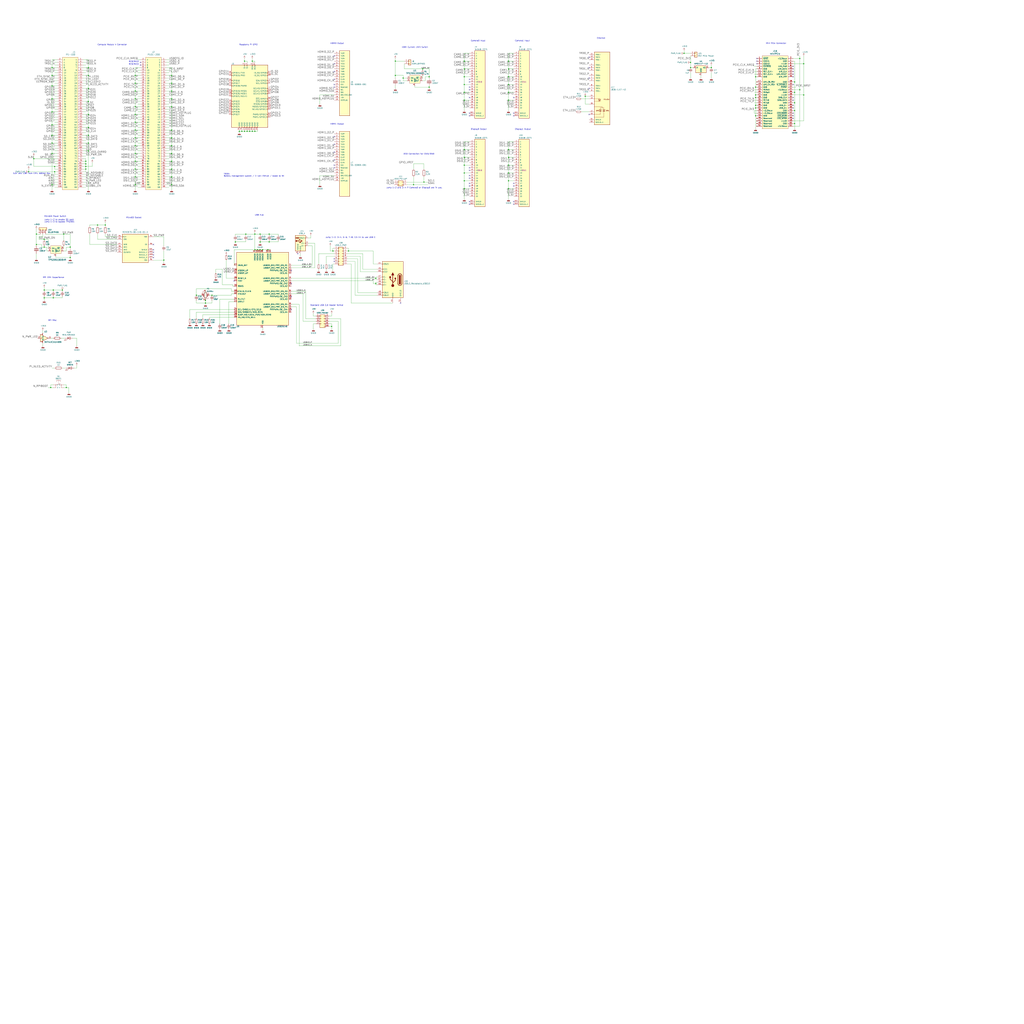
<source format=kicad_sch>
(kicad_sch (version 20231120) (generator "eeschema") (generator_version "8.0")
  (paper "User" 999.998 999.998)
  (junction (at 53.34 167.64))
  (junction (at 453.39 67.31))
  (junction (at 43.18 283.21))
  (junction (at 496.57 67.31))
  (junction (at 86.36 66.04))
  (junction (at 50.8 139.7))
  (junction (at 674.37 66.04))
  (junction (at 240.03 228.6))
  (junction (at 233.68 128.27))
  (junction (at 737.87 95.25))
  (junction (at 191.77 288.29))
  (junction (at 737.87 85.09))
  (junction (at 167.64 142.24))
  (junction (at 50.8 132.08))
  (junction (at 132.08 149.86))
  (junction (at 200.66 295.91))
  (junction (at 453.39 97.79))
  (junction (at 414.02 177.8))
  (junction (at 83.82 160.02))
  (junction (at 167.64 127))
  (junction (at 256.54 243.84))
  (junction (at 419.1 85.09))
  (junction (at 167.64 180.34))
  (junction (at 83.82 157.48))
  (junction (at 167.64 96.52))
  (junction (at 132.08 172.72))
  (junction (at 27.94 167.64))
  (junction (at 571.5 93.98))
  (junction (at 132.08 142.24))
  (junction (at 167.64 157.48))
  (junction (at 132.08 111.76))
  (junction (at 160.02 254))
  (junction (at 50.8 73.66))
  (junction (at 386.08 59.69))
  (junction (at 496.57 184.15))
  (junction (at 453.39 74.93))
  (junction (at 784.86 92.71))
  (junction (at 737.87 113.03))
  (junction (at 167.64 172.72))
  (junction (at 35.56 238.76))
  (junction (at 238.76 128.27))
  (junction (at 132.08 165.1))
  (junction (at 325.12 245.11))
  (junction (at 243.84 128.27))
  (junction (at 43.18 290.83))
  (junction (at 83.82 162.56))
  (junction (at 248.92 128.27))
  (junction (at 229.87 236.22))
  (junction (at 248.92 228.6))
  (junction (at 50.8 149.86))
  (junction (at 52.07 290.83))
  (junction (at 35.56 228.6))
  (junction (at 367.03 271.78))
  (junction (at 453.39 59.69))
  (junction (at 33.02 154.94))
  (junction (at 781.05 87.63))
  (junction (at 43.18 233.68))
  (junction (at 775.97 100.33))
  (junction (at 737.87 102.87))
  (junction (at 95.25 219.71))
  (junction (at 241.3 128.27))
  (junction (at 254 243.84))
  (junction (at 132.08 81.28))
  (junction (at 50.8 83.82))
  (junction (at 132.08 96.52))
  (junction (at 496.57 168.91))
  (junction (at 496.57 74.93))
  (junction (at 83.82 165.1))
  (junction (at 68.58 241.3))
  (junction (at 323.85 318.77))
  (junction (at 668.02 52.07))
  (junction (at 784.86 62.23))
  (junction (at 419.1 74.93))
  (junction (at 132.08 127))
  (junction (at 167.64 81.28))
  (junction (at 781.05 57.15))
  (junction (at 86.36 111.76))
  (junction (at 86.36 139.7))
  (junction (at 453.39 161.29))
  (junction (at 132.08 180.34))
  (junction (at 132.08 157.48))
  (junction (at 246.38 128.27))
  (junction (at 496.57 59.69))
  (junction (at 386.08 73.66))
  (junction (at 238.76 59.69))
  (junction (at 737.87 74.93))
  (junction (at 453.39 168.91))
  (junction (at 775.97 120.65))
  (junction (at 254 228.6))
  (junction (at 453.39 153.67))
  (junction (at 453.39 146.05))
  (junction (at 52.07 283.21))
  (junction (at 694.69 66.04))
  (junction (at 248.92 243.84))
  (junction (at 86.36 99.06))
  (junction (at 68.58 251.46))
  (junction (at 403.86 180.34))
  (junction (at 393.7 76.2))
  (junction (at 86.36 132.08))
  (junction (at 167.64 88.9))
  (junction (at 496.57 176.53))
  (junction (at 167.64 165.1))
  (junction (at 496.57 82.55))
  (junction (at 496.57 90.17))
  (junction (at 340.36 245.11))
  (junction (at 167.64 149.86))
  (junction (at 50.8 66.04))
  (junction (at 132.08 119.38))
  (junction (at 453.39 82.55))
  (junction (at 674.37 60.96))
  (junction (at 49.53 378.46))
  (junction (at 775.97 90.17))
  (junction (at 737.87 92.71))
  (junction (at 50.8 109.22))
  (junction (at 86.36 124.46))
  (junction (at 775.97 107.95))
  (junction (at 102.87 219.71))
  (junction (at 86.36 86.36))
  (junction (at 737.87 105.41))
  (junction (at 207.01 288.29))
  (junction (at 200.66 293.37))
  (junction (at 775.97 80.01))
  (junction (at 167.64 104.14))
  (junction (at 453.39 90.17))
  (junction (at 254 236.22))
  (junction (at 167.64 73.66))
  (junction (at 167.64 134.62))
  (junction (at 367.03 276.86))
  (junction (at 50.8 121.92))
  (junction (at 496.57 161.29))
  (junction (at 86.36 73.66))
  (junction (at 132.08 73.66))
  (junction (at 60.96 283.21))
  (junction (at 496.57 146.05))
  (junction (at 50.8 96.52))
  (junction (at 453.39 184.15))
  (junction (at 62.23 228.6))
  (junction (at 236.22 128.27))
  (junction (at 43.18 241.3))
  (junction (at 251.46 243.84))
  (junction (at 53.34 162.56))
  (junction (at 64.77 378.46))
  (junction (at 262.89 236.22))
  (junction (at 496.57 153.67))
  (junction (at 412.75 67.31))
  (junction (at 261.62 243.84))
  (junction (at 86.36 147.32))
  (junction (at 453.39 176.53))
  (junction (at 132.08 134.62))
  (junction (at 50.8 180.34))
  (junction (at 246.38 59.69))
  (junction (at 496.57 97.79))
  (junction (at 262.89 228.6))
  (junction (at 132.08 104.14))
  (junction (at 132.08 88.9))
  (no_connect (at 501.65 113.03))
  (no_connect (at 326.39 140.97))
  (no_connect (at 774.7 95.25))
  (no_connect (at 137.16 60.96))
  (no_connect (at 774.7 97.79))
  (no_connect (at 326.39 255.27))
  (no_connect (at 501.65 199.39))
  (no_connect (at 575.31 86.36))
  (no_connect (at 326.39 161.29))
  (no_connect (at 458.47 95.25))
  (no_connect (at 458.47 85.09))
  (no_connect (at 458.47 181.61))
  (no_connect (at 575.31 66.04))
  (no_connect (at 458.47 166.37))
  (no_connect (at 575.31 76.2))
  (no_connect (at 501.65 110.49))
  (no_connect (at 326.39 85.09))
  (no_connect (at 228.6 274.32))
  (no_connect (at 458.47 173.99))
  (no_connect (at 501.65 196.85))
  (no_connect (at 284.48 276.86))
  (no_connect (at 575.31 111.76))
  (no_connect (at 501.65 95.25))
  (no_connect (at 326.39 69.85))
  (no_connect (at 774.7 82.55))
  (no_connect (at 149.86 238.76))
  (no_connect (at 137.16 63.5))
  (no_connect (at 774.7 69.85))
  (no_connect (at 326.39 163.83))
  (no_connect (at 284.48 264.16))
  (no_connect (at 774.7 115.57))
  (no_connect (at 149.86 243.84))
  (no_connect (at 739.14 57.15))
  (no_connect (at 284.48 302.26))
  (no_connect (at 575.31 55.88))
  (no_connect (at 149.86 248.92))
  (no_connect (at 326.39 133.35))
  (no_connect (at 326.39 82.55))
  (no_connect (at 391.16 295.91))
  (no_connect (at 501.65 181.61))
  (no_connect (at 458.47 87.63))
  (no_connect (at 326.39 252.73))
  (no_connect (at 458.47 110.49))
  (no_connect (at 501.65 179.07))
  (no_connect (at 458.47 113.03))
  (no_connect (at 774.7 72.39))
  (no_connect (at 774.7 102.87))
  (no_connect (at 326.39 77.47))
  (no_connect (at 774.7 64.77))
  (no_connect (at 458.47 163.83))
  (no_connect (at 458.47 179.07))
  (no_connect (at 774.7 105.41))
  (no_connect (at 326.39 62.23))
  (no_connect (at 774.7 74.93))
  (no_connect (at 458.47 196.85))
  (no_connect (at 290.83 247.65))
  (no_connect (at 458.47 80.01))
  (no_connect (at 774.7 67.31))
  (no_connect (at 326.39 54.61))
  (no_connect (at 739.14 62.23))
  (no_connect (at 149.86 246.38))
  (no_connect (at 326.39 148.59))
  (no_connect (at 739.14 59.69))
  (no_connect (at 326.39 156.21))
  (no_connect (at 774.7 113.03))
  (no_connect (at 284.48 289.56))
  (no_connect (at 774.7 110.49))
  (no_connect (at 458.47 77.47))
  (no_connect (at 458.47 199.39))
  (no_connect (at 149.86 251.46))
  (no_connect (at 458.47 171.45))
  (wire (pts (xy 137.16 68.58) (xy 134.62 68.58)))
  (wire (pts (xy 318.77 262.89) (xy 318.77 264.16)))
  (wire (pts (xy 137.16 109.22) (xy 134.62 109.22)))
  (wire (pts (xy 238.76 59.69) (xy 238.76 60.96)))
  (wire (pts (xy 50.8 73.66) (xy 50.8 83.82)))
  (wire (pts (xy 55.88 91.44) (xy 53.34 91.44)))
  (wire (pts (xy 86.36 86.36) (xy 86.36 99.06)))
  (wire (pts (xy 55.88 134.62) (xy 53.34 134.62)))
  (wire (pts (xy 207.01 288.29) (xy 204.47 288.29)))
  (wire (pts (xy 81.28 124.46) (xy 86.36 124.46)))
  (wire (pts (xy 243.84 128.27) (xy 241.3 128.27)))
  (wire (pts (xy 227.33 279.4) (xy 227.33 278.13)))
  (wire (pts (xy 81.28 93.98) (xy 83.82 93.98)))
  (wire (pts (xy 226.06 287.02) (xy 228.6 287.02)))
  (wire (pts (xy 162.56 76.2) (xy 165.1 76.2)))
  (wire (pts (xy 415.29 74.93) (xy 419.1 74.93)))
  (wire (pts (xy 40.64 238.76) (xy 40.64 241.3)))
  (wire (pts (xy 453.39 153.67) (xy 453.39 161.29)))
  (wire (pts (xy 52.07 290.83) (xy 52.07 289.56)))
  (wire (pts (xy 784.86 62.23) (xy 784.86 92.71)))
  (wire (pts (xy 33.02 154.94) (xy 33.02 162.56)))
  (wire (pts (xy 386.08 73.66) (xy 386.08 76.2)))
  (wire (pts (xy 53.34 144.78) (xy 55.88 144.78)))
  (wire (pts (xy 55.88 182.88) (xy 53.34 182.88)))
  (wire (pts (xy 737.87 85.09) (xy 737.87 92.71)))
  (wire (pts (xy 81.28 109.22) (xy 83.82 109.22)))
  (wire (pts (xy 162.56 152.4) (xy 165.1 152.4)))
  (wire (pts (xy 784.86 118.11) (xy 784.86 92.71)))
  (wire (pts (xy 81.28 116.84) (xy 83.82 116.84)))
  (wire (pts (xy 38.1 231.14) (xy 38.1 233.68)))
  (wire (pts (xy 81.28 99.06) (xy 86.36 99.06)))
  (wire (pts (xy 240.03 228.6) (xy 240.03 229.87)))
  (wire (pts (xy 71.12 330.2) (xy 74.93 330.2)))
  (wire (pts (xy 458.47 168.91) (xy 453.39 168.91)))
  (wire (pts (xy 55.88 96.52) (xy 50.8 96.52)))
  (wire (pts (xy 453.39 146.05) (xy 453.39 153.67)))
  (wire (pts (xy 137.16 78.74) (xy 134.62 78.74)))
  (wire (pts (xy 137.16 91.44) (xy 134.62 91.44)))
  (wire (pts (xy 684.53 76.2) (xy 684.53 73.66)))
  (wire (pts (xy 137.16 149.86) (xy 132.08 149.86)))
  (wire (pts (xy 262.89 236.22) (xy 271.78 236.22)))
  (wire (pts (xy 501.65 74.93) (xy 496.57 74.93)))
  (wire (pts (xy 367.03 271.78) (xy 367.03 273.05)))
  (wire (pts (xy 81.28 96.52) (xy 83.82 96.52)))
  (wire (pts (xy 162.56 116.84) (xy 165.1 116.84)))
  (wire (pts (xy 340.36 242.57) (xy 340.36 245.11)))
  (wire (pts (xy 737.87 102.87) (xy 739.14 102.87)))
  (wire (pts (xy 367.03 276.86) (xy 367.03 278.13)))
  (wire (pts (xy 41.91 228.6) (xy 41.91 231.14)))
  (wire (pts (xy 694.69 66.04) (xy 694.69 63.5)))
  (wire (pts (xy 81.28 68.58) (xy 83.82 68.58)))
  (wire (pts (xy 55.88 167.64) (xy 53.34 167.64)))
  (wire (pts (xy 81.28 91.44) (xy 83.82 91.44)))
  (wire (pts (xy 191.77 304.8) (xy 228.6 304.8)))
  (wire (pts (xy 453.39 82.55) (xy 453.39 90.17)))
  (wire (pts (xy 81.28 58.42) (xy 86.36 58.42)))
  (wire (pts (xy 81.28 162.56) (xy 83.82 162.56)))
  (wire (pts (xy 52.07 284.48) (xy 52.07 283.21)))
  (wire (pts (xy 60.96 290.83) (xy 60.96 289.56)))
  (wire (pts (xy 415.29 78.74) (xy 415.29 74.93)))
  (wire (pts (xy 736.6 90.17) (xy 739.14 90.17)))
  (wire (pts (xy 43.18 241.3) (xy 45.72 241.3)))
  (wire (pts (xy 132.08 149.86) (xy 132.08 157.48)))
  (wire (pts (xy 220.98 271.78) (xy 220.98 254)))
  (wire (pts (xy 162.56 78.74) (xy 165.1 78.74)))
  (wire (pts (xy 55.88 88.9) (xy 53.34 88.9)))
  (wire (pts (xy 137.16 114.3) (xy 134.62 114.3)))
  (wire (pts (xy 248.92 128.27) (xy 251.46 128.27)))
  (wire (pts (xy 81.28 139.7) (xy 86.36 139.7)))
  (wire (pts (xy 52.07 375.92) (xy 49.53 375.92)))
  (wire (pts (xy 668.02 52.07) (xy 674.37 52.07)))
  (wire (pts (xy 162.56 111.76) (xy 165.1 111.76)))
  (wire (pts (xy 137.16 165.1) (xy 132.08 165.1)))
  (wire (pts (xy 137.16 104.14) (xy 132.08 104.14)))
  (wire (pts (xy 403.86 180.34) (xy 403.86 172.72)))
  (wire (pts (xy 137.16 182.88) (xy 134.62 182.88)))
  (wire (pts (xy 251.46 128.27) (xy 251.46 127)))
  (wire (pts (xy 55.88 81.28) (xy 53.34 81.28)))
  (wire (pts (xy 223.52 294.64) (xy 223.52 316.23)))
  (wire (pts (xy 49.53 330.2) (xy 52.07 330.2)))
  (wire (pts (xy 55.88 116.84) (xy 53.34 116.84)))
  (wire (pts (xy 55.88 157.48) (xy 53.34 157.48)))
  (wire (pts (xy 87.63 238.76) (xy 87.63 228.6)))
  (wire (pts (xy 74.93 356.87) (xy 74.93 359.41)))
  (wire (pts (xy 132.08 88.9) (xy 132.08 96.52)))
  (wire (pts (xy 246.38 59.69) (xy 248.92 59.69)))
  (wire (pts (xy 167.64 180.34) (xy 167.64 185.42)))
  (wire (pts (xy 229.87 229.87) (xy 229.87 228.6)))
  (wire (pts (xy 351.79 250.19) (xy 351.79 265.43)))
  (wire (pts (xy 162.56 144.78) (xy 165.1 144.78)))
  (wire (pts (xy 777.24 85.09) (xy 774.7 85.09)))
  (wire (pts (xy 349.25 252.73) (xy 339.09 252.73)))
  (wire (pts (xy 226.06 284.48) (xy 228.6 284.48)))
  (wire (pts (xy 737.87 74.93) (xy 737.87 85.09)))
  (wire (pts (xy 55.88 60.96) (xy 53.34 60.96)))
  (wire (pts (xy 496.57 67.31) (xy 496.57 74.93)))
  (wire (pts (xy 45.72 241.3) (xy 45.72 245.11)))
  (wire (pts (xy 137.16 88.9) (xy 132.08 88.9)))
  (wire (pts (xy 496.57 168.91) (xy 496.57 176.53)))
  (wire (pts (xy 198.12 311.15) (xy 198.12 307.34)))
  (wire (pts (xy 243.84 128.27) (xy 246.38 128.27)))
  (wire (pts (xy 458.47 138.43) (xy 453.39 138.43)))
  (wire (pts (xy 81.28 121.92) (xy 83.82 121.92)))
  (wire (pts (xy 55.88 63.5) (xy 53.34 63.5)))
  (wire (pts (xy 737.87 92.71) (xy 739.14 92.71)))
  (wire (pts (xy 300.99 232.41) (xy 303.53 232.41)))
  (wire (pts (xy 95.25 233.68) (xy 114.3 233.68)))
  (wire (pts (xy 781.05 57.15) (xy 781.05 87.63)))
  (wire (pts (xy 419.1 86.36) (xy 419.1 85.09)))
  (wire (pts (xy 55.88 66.04) (xy 50.8 66.04)))
  (wire (pts (xy 137.16 66.04) (xy 132.08 66.04)))
  (wire (pts (xy 501.65 161.29) (xy 496.57 161.29)))
  (wire (pts (xy 295.91 313.69) (xy 308.61 313.69)))
  (wire (pts (xy 35.56 228.6) (xy 35.56 238.76)))
  (wire (pts (xy 774.7 123.19) (xy 781.05 123.19)))
  (wire (pts (xy 397.51 78.74) (xy 393.7 78.74)))
  (wire (pts (xy 62.23 234.95) (xy 62.23 228.6)))
  (wire (pts (xy 83.82 154.94) (xy 83.82 157.48)))
  (wire (pts (xy 114.3 238.76) (xy 87.63 238.76)))
  (wire (pts (xy 254 243.84) (xy 256.54 243.84)))
  (wire (pts (xy 162.56 175.26) (xy 165.1 175.26)))
  (wire (pts (xy 64.77 241.3) (xy 68.58 241.3)))
  (wire (pts (xy 83.82 149.86) (xy 81.28 149.86)))
  (wire (pts (xy 81.28 114.3) (xy 83.82 114.3)))
  (wire (pts (xy 167.64 88.9) (xy 167.64 96.52)))
  (wire (pts (xy 90.17 162.56) (xy 83.82 162.56)))
  (wire (pts (xy 496.57 59.69) (xy 496.57 67.31)))
  (wire (pts (xy 62.23 228.6) (xy 68.58 228.6)))
  (wire (pts (xy 311.15 262.89) (xy 311.15 264.16)))
  (wire (pts (xy 412.75 78.74) (xy 415.29 78.74)))
  (wire (pts (xy 367.03 271.78) (xy 367.03 270.51)))
  (wire (pts (xy 162.56 68.58) (xy 165.1 68.58)))
  (wire (pts (xy 55.88 124.46) (xy 53.34 124.46)))
  (wire (pts (xy 55.88 119.38) (xy 53.34 119.38)))
  (wire (pts (xy 322.58 240.03) (xy 322.58 245.11)))
  (wire (pts (xy 81.28 111.76) (xy 86.36 111.76)))
  (wire (pts (xy 256.54 322.58) (xy 256.54 320.04)))
  (wire (pts (xy 292.1 337.82) (xy 292.1 297.18)))
  (wire (pts (xy 217.17 262.89) (xy 210.82 262.89)))
  (wire (pts (xy 167.64 127) (xy 167.64 134.62)))
  (wire (pts (xy 55.88 129.54) (xy 53.34 129.54)))
  (wire (pts (xy 453.39 67.31) (xy 453.39 74.93)))
  (wire (pts (xy 132.08 127) (xy 132.08 134.62)))
  (wire (pts (xy 102.87 231.14) (xy 102.87 228.6)))
  (wire (pts (xy 54.61 251.46) (xy 68.58 251.46)))
  (wire (pts (xy 162.56 165.1) (xy 167.64 165.1)))
  (wire (pts (xy 64.77 359.41) (xy 60.96 359.41)))
  (wire (pts (xy 458.47 97.79) (xy 453.39 97.79)))
  (wire (pts (xy 87.63 219.71) (xy 95.25 219.71)))
  (wire (pts (xy 349.25 285.75) (xy 349.25 252.73)))
  (wire (pts (xy 501.65 153.67) (xy 496.57 153.67)))
  (wire (pts (xy 50.8 185.42) (xy 50.8 180.34)))
  (wire (pts (xy 575.31 101.6) (xy 571.5 101.6)))
  (wire (pts (xy 95.25 219.71) (xy 95.25 220.98)))
  (wire (pts (xy 54.61 250.19) (xy 54.61 251.46)))
  (wire (pts (xy 200.66 295.91) (xy 207.01 295.91)))
  (wire (pts (xy 453.39 138.43) (xy 453.39 146.05)))
  (wire (pts (xy 248.92 127) (xy 248.92 128.27)))
  (wire (pts (xy 50.8 66.04) (xy 50.8 73.66)))
  (wire (pts (xy 458.47 90.17) (xy 453.39 90.17)))
  (wire (pts (xy 318.77 250.19) (xy 326.39 250.19)))
  (wire (pts (xy 167.64 104.14) (xy 167.64 127)))
  (wire (pts (xy 55.88 175.26) (xy 53.34 175.26)))
  (wire (pts (xy 81.28 134.62) (xy 83.82 134.62)))
  (wire (pts (xy 501.65 176.53) (xy 496.57 176.53)))
  (wire (pts (xy 775.97 90.17) (xy 775.97 100.33)))
  (wire (pts (xy 137.16 111.76) (xy 132.08 111.76)))
  (wire (pts (xy 240.03 236.22) (xy 229.87 236.22)))
  (wire (pts (xy 403.86 165.1) (xy 403.86 160.02)))
  (wire (pts (xy 137.16 93.98) (xy 134.62 93.98)))
  (wire (pts (xy 248.92 128.27) (xy 246.38 128.27)))
  (wire (pts (xy 185.42 302.26) (xy 228.6 302.26)))
  (wire (pts (xy 81.28 147.32) (xy 86.36 147.32)))
  (wire (pts (xy 137.16 106.68) (xy 134.62 106.68)))
  (wire (pts (xy 298.45 311.15) (xy 298.45 284.48)))
  (wire (pts (xy 162.56 170.18) (xy 165.1 170.18)))
  (wire (pts (xy 95.25 219.71) (xy 102.87 219.71)))
  (wire (pts (xy 162.56 99.06) (xy 165.1 99.06)))
  (wire (pts (xy 236.22 128.27) (xy 236.22 127)))
  (wire (pts (xy 55.88 149.86) (xy 50.8 149.86)))
  (wire (pts (xy 162.56 104.14) (xy 167.64 104.14)))
  (wire (pts (xy 243.84 127) (xy 243.84 128.27)))
  (wire (pts (xy 81.28 177.8) (xy 83.82 177.8)))
  (wire (pts (xy 339.09 245.11) (xy 340.36 245.11)))
  (wire (pts (xy 254 236.22) (xy 254 234.95)))
  (wire (pts (xy 162.56 167.64) (xy 165.1 167.64)))
  (wire (pts (xy 81.28 160.02) (xy 83.82 160.02)))
  (wire (pts (xy 81.28 78.74) (xy 83.82 78.74)))
  (wire (pts (xy 81.28 106.68) (xy 83.82 106.68)))
  (wire (pts (xy 86.36 58.42) (xy 86.36 66.04)))
  (wire (pts (xy 200.66 293.37) (xy 200.66 283.21)))
  (wire (pts (xy 284.48 271.78) (xy 367.03 271.78)))
  (wire (pts (xy 453.39 74.93) (xy 453.39 82.55)))
  (wire (pts (xy 386.08 59.69) (xy 394.97 59.69)))
  (wire (pts (xy 501.65 184.15) (xy 496.57 184.15)))
  (wire (pts (xy 81.28 165.1) (xy 83.82 165.1)))
  (wire (pts (xy 62.23 375.92) (xy 64.77 375.92)))
  (wire (pts (xy 674.37 54.61) (xy 674.37 60.96)))
  (wire (pts (xy 567.69 96.52) (xy 575.31 96.52)))
  (wire (pts (xy 674.37 66.04) (xy 676.91 66.04)))
  (wire (pts (xy 308.61 311.15) (xy 298.45 311.15)))
  (wire (pts (xy 303.53 232.41) (xy 303.53 229.87)))
  (wire (pts (xy 393.7 76.2) (xy 397.51 76.2)))
  (wire (pts (xy 137.16 152.4) (xy 134.62 152.4)))
  (wire (pts (xy 458.47 153.67) (xy 453.39 153.67)))
  (wire (pts (xy 55.88 73.66) (xy 50.8 73.66)))
  (wire (pts (xy 736.6 87.63) (xy 739.14 87.63)))
  (wire (pts (xy 162.56 73.66) (xy 167.64 73.66)))
  (wire (pts (xy 674.37 71.12) (xy 674.37 76.2)))
  (wire (pts (xy 81.28 180.34) (xy 83.82 180.34)))
  (wire (pts (xy 403.86 180.34) (xy 417.83 180.34)))
  (wire (pts (xy 229.87 228.6) (xy 240.03 228.6)))
  (wire (pts (xy 405.13 85.09) (xy 419.1 85.09)))
  (wire (pts (xy 137.16 147.32) (xy 134.62 147.32)))
  (wire (pts (xy 162.56 119.38) (xy 165.1 119.38)))
  (wire (pts (xy 298.45 284.48) (xy 284.48 284.48)))
  (wire (pts (xy 162.56 88.9) (xy 167.64 88.9)))
  (wire (pts (xy 55.88 111.76) (xy 53.34 111.76)))
  (wire (pts (xy 53.34 147.32) (xy 55.88 147.32)))
  (wire (pts (xy 737.87 74.93) (xy 739.14 74.93)))
  (wire (pts (xy 405.13 83.82) (xy 405.13 85.09)))
  (wire (pts (xy 198.12 307.34) (xy 228.6 307.34)))
  (wire (pts (xy 284.48 287.02) (xy 295.91 287.02)))
  (wire (pts (xy 774.7 62.23) (xy 784.86 62.23)))
  (wire (pts (xy 386.08 86.36) (xy 386.08 83.82)))
  (wire (pts (xy 102.87 231.14) (xy 114.3 231.14)))
  (wire (pts (xy 496.57 176.53) (xy 496.57 184.15)))
  (wire (pts (xy 332.74 337.82) (xy 292.1 337.82)))
  (wire (pts (xy 81.28 129.54) (xy 83.82 129.54)))
  (wire (pts (xy 81.28 66.04) (xy 86.36 66.04)))
  (wire (pts (xy 458.47 161.29) (xy 453.39 161.29)))
  (wire (pts (xy 162.56 149.86) (xy 167.64 149.86)))
  (wire (pts (xy 55.88 68.58) (xy 53.34 68.58)))
  (wire (pts (xy 167.64 134.62) (xy 167.64 142.24)))
  (wire (pts (xy 50.8 180.34) (xy 55.88 180.34)))
  (wire (pts (xy 162.56 172.72) (xy 167.64 172.72)))
  (wire (pts (xy 50.8 109.22) (xy 50.8 121.92)))
  (wire (pts (xy 162.56 182.88) (xy 165.1 182.88)))
  (wire (pts (xy 81.28 127) (xy 83.82 127)))
  (wire (pts (xy 284.48 274.32) (xy 364.49 274.32)))
  (wire (pts (xy 39.37 228.6) (xy 35.56 228.6)))
  (wire (pts (xy 307.34 261.62) (xy 284.48 261.62)))
  (wire (pts (xy 248.92 59.69) (xy 248.92 60.96)))
  (wire (pts (xy 137.16 160.02) (xy 134.62 160.02)))
  (wire (pts (xy 204.47 311.15) (xy 204.47 309.88)))
  (wire (pts (xy 149.86 254) (xy 160.02 254)))
  (wire (pts (xy 132.08 111.76) (xy 132.08 119.38)))
  (wire (pts (xy 162.56 86.36) (xy 165.1 86.36)))
  (wire (pts (xy 162.56 142.24) (xy 167.64 142.24)))
  (wire (pts (xy 325.12 257.81) (xy 326.39 257.81)))
  (wire (pts (xy 458.47 82.55) (xy 453.39 82.55)))
  (wire (pts (xy 55.88 104.14) (xy 53.34 104.14)))
  (wire (pts (xy 332.74 311.15) (xy 332.74 337.82)))
  (wire (pts (xy 67.31 378.46) (xy 64.77 378.46)))
  (wire (pts (xy 95.25 228.6) (xy 95.25 233.68)))
  (wire (pts (xy 86.36 73.66) (xy 86.36 86.36)))
  (wire (pts (xy 55.88 139.7) (xy 50.8 139.7)))
  (wire (pts (xy 167.64 149.86) (xy 167.64 157.48)))
  (wire (pts (xy 86.36 124.46) (xy 86.36 132.08)))
  (wire (pts (xy 137.16 96.52) (xy 132.08 96.52)))
  (wire (pts (xy 501.65 97.79) (xy 496.57 97.79)))
  (wire (pts (xy 137.16 139.7) (xy 134.62 139.7)))
  (wire (pts (xy 81.28 104.14) (xy 83.82 104.14)))
  (wire (pts (xy 162.56 177.8) (xy 165.1 177.8)))
  (wire (pts (xy 90.17 158.75) (xy 90.17 162.56)))
  (wire (pts (xy 226.06 281.94) (xy 226.06 284.48)))
  (wire (pts (xy 137.16 71.12) (xy 134.62 71.12)))
  (wire (pts (xy 196.85 288.29) (xy 191.77 288.29)))
  (wire (pts (xy 207.01 295.91) (xy 207.01 293.37)))
  (wire (pts (xy 325.12 245.11) (xy 326.39 245.11)))
  (wire (pts (xy 393.7 76.2) (xy 393.7 73.66)))
  (wire (pts (xy 137.16 121.92) (xy 134.62 121.92)))
  (wire (pts (xy 300.99 237.49) (xy 307.34 237.49)))
  (wire (pts (xy 694.69 76.2) (xy 694.69 71.12)))
  (wire (pts (xy 167.64 142.24) (xy 167.64 149.86)))
  (wire (pts (xy 228.6 259.08) (xy 228.6 243.84)))
  (wire (pts (xy 737.87 85.09) (xy 739.14 85.09)))
  (wire (pts (xy 53.34 359.41) (xy 50.8 359.41)))
  (wire (pts (xy 55.88 165.1) (xy 53.34 165.1)))
  (wire (pts (xy 312.42 92.71) (xy 326.39 92.71)))
  (wire (pts (xy 52.07 283.21) (xy 60.96 283.21)))
  (wire (pts (xy 86.36 132.08) (xy 86.36 139.7)))
  (wire (pts (xy 736.6 97.79) (xy 739.14 97.79)))
  (wire (pts (xy 50.8 121.92) (xy 50.8 132.08)))
  (wire (pts (xy 132.08 119.38) (xy 132.08 127)))
  (wire (pts (xy 414.02 172.72) (xy 414.02 177.8)))
  (wire (pts (xy 339.09 255.27) (xy 346.71 255.27)))
  (wire (pts (xy 81.28 170.18) (xy 83.82 170.18)))
  (wire (pts (xy 83.82 165.1) (xy 83.82 167.64)))
  (wire (pts (xy 162.56 60.96) (xy 165.1 60.96)))
  (wire (pts (xy 330.2 313.69) (xy 321.31 313.69)))
  (wire (pts (xy 774.7 92.71) (xy 784.86 92.71)))
  (wire (pts (xy 393.7 73.66) (xy 386.08 73.66)))
  (wire (pts (xy 55.88 172.72) (xy 53.34 172.72)))
  (wire (pts (xy 419.1 67.31) (xy 419.1 74.93)))
  (wire (pts (xy 132.08 104.14) (xy 132.08 111.76)))
  (wire (pts (xy 102.87 219.71) (xy 102.87 217.17)))
  (wire (pts (xy 295.91 287.02) (xy 295.91 313.69)))
  (wire (pts (xy 346.71 255.27) (xy 346.71 288.29)))
  (wire (pts (xy 191.77 288.29) (xy 191.77 281.94)))
  (wire (pts (xy 271.78 236.22) (xy 271.78 234.95)))
  (wire (pts (xy 241.3 60.96) (xy 241.3 59.69)))
  (wire (pts (xy 162.56 106.68) (xy 165.1 106.68)))
  (wire (pts (xy 668.02 49.53) (xy 668.02 52.07)))
  (wire (pts (xy 35.56 238.76) (xy 35.56 240.03)))
  (wire (pts (xy 50.8 149.86) (xy 50.8 180.34)))
  (wire (pts (xy 62.23 245.11) (xy 64.77 245.11)))
  (wire (pts (xy 27.94 167.64) (xy 53.34 167.64)))
  (wire (pts (xy 289.56 335.28) (xy 330.2 335.28)))
  (wire (pts (xy 322.58 245.11) (xy 325.12 245.11)))
  (wire (pts (xy 191.77 311.15) (xy 191.77 304.8)))
  (wire (pts (xy 254 228.6) (xy 248.92 228.6)))
  (wire (pts (xy 160.02 240.03) (xy 160.02 231.14)))
  (wire (pts (xy 367.03 273.05) (xy 368.3 273.05)))
  (wire (pts (xy 132.08 165.1) (xy 132.08 172.72)))
  (wire (pts (xy 226.06 288.29) (xy 226.06 287.02)))
  (wire (pts (xy 736.6 107.95) (xy 739.14 107.95)))
  (wire (pts (xy 340.36 245.11) (xy 364.49 245.11)))
  (wire (pts (xy 251.46 243.84) (xy 254 243.84)))
  (wire (pts (xy 414.02 177.8) (xy 397.51 177.8)))
  (wire (pts (xy 60.96 283.21) (xy 60.96 284.48)))
  (wire (pts (xy 74.93 330.2) (xy 74.93 337.82)))
  (wire (pts (xy 368.3 262.89) (xy 354.33 262.89)))
  (wire (pts (xy 81.28 81.28) (xy 83.82 81.28)))
  (wire (pts (xy 55.88 101.6) (xy 53.34 101.6)))
  (wire (pts (xy 35.56 252.73) (xy 35.56 247.65)))
  (wire (pts (xy 781.05 123.19) (xy 781.05 87.63)))
  (wire (pts (xy 49.53 378.46) (xy 46.99 378.46)))
  (wire (pts (xy 739.14 67.31) (xy 737.87 67.31)))
  (wire (pts (xy 229.87 236.22) (xy 229.87 237.49)))
  (wire (pts (xy 254 237.49) (xy 254 236.22)))
  (wire (pts (xy 55.88 78.74) (xy 53.34 78.74)))
  (wire (pts (xy 64.77 245.11) (xy 64.77 241.3)))
  (wire (pts (xy 458.47 67.31) (xy 453.39 67.31)))
  (wire (pts (xy 292.1 297.18) (xy 284.48 297.18)))
  (wire (pts (xy 781.05 87.63) (xy 774.7 87.63)))
  (wire (pts (xy 50.8 83.82) (xy 50.8 96.52)))
  (wire (pts (xy 86.36 99.06) (xy 86.36 111.76)))
  (wire (pts (xy 137.16 157.48) (xy 132.08 157.48)))
  (wire (pts (xy 162.56 180.34) (xy 167.64 180.34)))
  (wire (pts (xy 496.57 52.07) (xy 496.57 59.69)))
  (wire (pts (xy 53.34 137.16) (xy 55.88 137.16)))
  (wire (pts (xy 50.8 58.42) (xy 50.8 66.04)))
  (wire (pts (xy 81.28 63.5) (xy 83.82 63.5)))
  (wire (pts (xy 307.34 237.49) (xy 307.34 261.62)))
  (wire (pts (xy 162.56 157.48) (xy 167.64 157.48)))
  (wire (pts (xy 81.28 154.94) (xy 83.82 154.94)))
  (wire (pts (xy 81.28 172.72) (xy 83.82 172.72)))
  (wire (pts (xy 737.87 95.25) (xy 737.87 102.87)))
  (wire (pts (xy 311.15 247.65) (xy 326.39 247.65)))
  (wire (pts (xy 254 228.6) (xy 254 229.87)))
  (wire (pts (xy 55.88 71.12) (xy 53.34 71.12)))
  (wire (pts (xy 137.16 144.78) (xy 134.62 144.78)))
  (wire (pts (xy 41.91 325.12) (xy 41.91 322.58)))
  (wire (pts (xy 419.1 85.09) (xy 419.1 83.82)))
  (wire (pts (xy 81.28 76.2) (xy 83.82 76.2)))
  (wire (pts (xy 137.16 129.54) (xy 134.62 129.54)))
  (wire (pts (xy 394.97 62.23) (xy 394.97 67.31)))
  (wire (pts (xy 160.02 254) (xy 160.02 245.11)))
  (wire (pts (xy 137.16 83.82) (xy 134.62 83.82)))
  (wire (pts (xy 55.88 177.8) (xy 53.34 177.8)))
  (wire (pts (xy 137.16 99.06) (xy 134.62 99.06)))
  (wire (pts (xy 784.86 54.61) (xy 784.86 62.23)))
  (wire (pts (xy 323.85 308.61) (xy 321.31 308.61)))
  (wire (pts (xy 458.47 184.15) (xy 453.39 184.15)))
  (wire (pts (xy 394.97 67.31) (xy 412.75 67.31)))
  (wire (pts (xy 55.88 76.2) (xy 53.34 76.2)))
  (wire (pts (xy 162.56 63.5) (xy 165.1 63.5)))
  (wire (pts (xy 137.16 134.62) (xy 132.08 134.62)))
  (wire (pts (xy 55.88 127) (xy 53.34 127)))
  (wire (pts (xy 284.48 259.08) (xy 304.8 259.08)))
  (wire (pts (xy 132.08 96.52) (xy 132.08 104.14)))
  (wire (pts (xy 496.57 90.17) (xy 496.57 97.79)))
  (wire (pts (xy 162.56 101.6) (xy 165.1 101.6)))
  (wire (pts (xy 325.12 242.57) (xy 325.12 245.11)))
  (wire (pts (xy 81.28 86.36) (xy 86.36 86.36)))
  (wire (pts (xy 81.28 60.96) (xy 83.82 60.96)))
  (wire (pts (xy 236.22 128.27) (xy 238.76 128.27)))
  (wire (pts (xy 167.64 165.1) (xy 167.64 172.72)))
  (wire (pts (xy 43.18 234.95) (xy 43.18 233.68)))
  (wire (pts (xy 318.77 257.81) (xy 318.77 250.19)))
  (wire (pts (xy 368.3 285.75) (xy 349.25 285.75)))
  (wire (pts (xy 162.56 109.22) (xy 165.1 109.22)))
  (wire (pts (xy 496.57 138.43) (xy 496.57 146.05)))
  (wire (pts (xy 306.07 321.31) (xy 306.07 316.23)))
  (wire (pts (xy 162.56 129.54) (xy 165.1 129.54)))
  (wire (pts (xy 55.88 170.18) (xy 53.34 170.18)))
  (wire (pts (xy 81.28 152.4) (xy 83.82 152.4)))
  (wire (pts (xy 40.64 241.3) (xy 43.18 241.3)))
  (wire (pts (xy 55.88 106.68) (xy 53.34 106.68)))
  (wire (pts (xy 191.77 281.94) (xy 226.06 281.94)))
  (wire (pts (xy 162.56 96.52) (xy 167.64 96.52)))
  (wire (pts (xy 367.03 278.13) (xy 368.3 278.13)))
  (wire (pts (xy 323.85 306.07) (xy 323.85 308.61)))
  (wire (pts (xy 63.5 330.2) (xy 59.69 330.2)))
  (wire (pts (xy 312.42 101.6) (xy 312.42 92.71)))
  (wire (pts (xy 102.87 219.71) (xy 102.87 220.98)))
  (wire (pts (xy 217.17 278.13) (xy 217.17 262.89)))
  (wire (pts (xy 137.16 154.94) (xy 134.62 154.94)))
  (wire (pts (xy 306.07 306.07) (xy 306.07 308.61)))
  (wire (pts (xy 736.6 69.85) (xy 739.14 69.85)))
  (wire (pts (xy 200.66 293.37) (xy 200.66 295.91)))
  (wire (pts (xy 414.02 165.1) (xy 414.02 160.02)))
  (wire (pts (xy 68.58 228.6) (xy 68.58 241.3)))
  (wire (pts (xy 386.08 59.69) (xy 386.08 73.66)))
  (wire (pts (xy 262.89 228.6) (xy 254 228.6)))
  (wire (pts (xy 162.56 162.56) (xy 165.1 162.56)))
  (wire (pts (xy 74.93 359.41) (xy 72.39 359.41)))
  (wire (pts (xy 81.28 132.08) (xy 86.36 132.08)))
  (wire (pts (xy 412.75 67.31) (xy 419.1 67.31)))
  (wire (pts (xy 453.39 161.29) (xy 453.39 168.91)))
  (wire (pts (xy 86.36 111.76) (xy 86.36 124.46)))
  (wire (pts (xy 162.56 134.62) (xy 167.64 134.62)))
  (wire (pts (xy 306.07 308.61) (xy 308.61 308.61)))
  (wire (pts (xy 44.45 228.6) (xy 62.23 228.6)))
  (wire (pts (xy 81.28 119.38) (xy 83.82 119.38)))
  (wire (pts (xy 496.57 146.05) (xy 496.57 153.67)))
  (wire (pts (xy 35.56 223.52) (xy 35.56 228.6)))
  (wire (pts (xy 137.16 132.08) (xy 134.62 132.08)))
  (wire (pts (xy 321.31 316.23) (xy 323.85 316.23)))
  (wire (pts (xy 781.05 54.61) (xy 781.05 57.15)))
  (wire (pts (xy 86.36 66.04) (xy 86.36 73.66)))
  (wire (pts (xy 496.57 97.79) (xy 496.57 107.95)))
  (wire (pts (xy 132.08 73.66) (xy 132.08 81.28)))
  (wire (pts (xy 496.57 184.15) (xy 496.57 194.31)))
  (wire (pts (xy 81.28 101.6) (xy 83.82 101.6)))
  (wire (pts (xy 246.38 128.27) (xy 246.38 127)))
  (wire (pts (xy 35.56 238.76) (xy 40.64 238.76)))
  (wire (pts (xy 501.65 146.05) (xy 496.57 146.05)))
  (wire (pts (xy 368.3 257.81) (xy 364.49 257.81)))
  (wire (pts (xy 692.15 66.04) (xy 694.69 66.04)))
  (wire (pts (xy 83.82 162.56) (xy 83.82 165.1)))
  (wire (pts (xy 775.97 120.65) (xy 775.97 125.73)))
  (wire (pts (xy 501.65 59.69) (xy 496.57 59.69)))
  (wire (pts (xy 162.56 81.28) (xy 167.64 81.28)))
  (wire (pts (xy 41.91 231.14) (xy 38.1 231.14)))
  (wire (pts (xy 775.97 107.95) (xy 775.97 120.65)))
  (wire (pts (xy 323.85 321.31) (xy 323.85 318.77)))
  (wire (pts (xy 229.87 236.22) (xy 229.87 234.95)))
  (wire (pts (xy 162.56 139.7) (xy 165.1 139.7)))
  (wire (pts (xy 386.08 57.15) (xy 386.08 59.69)))
  (wire (pts (xy 81.28 144.78) (xy 83.82 144.78)))
  (wire (pts (xy 86.36 147.32) (xy 86.36 185.42)))
  (wire (pts (xy 68.58 251.46) (xy 68.58 250.19)))
  (wire (pts (xy 311.15 257.81) (xy 311.15 247.65)))
  (wire (pts (xy 167.64 81.28) (xy 167.64 88.9)))
  (wire (pts (xy 367.03 276.86) (xy 367.03 275.59)))
  (wire (pts (xy 737.87 105.41) (xy 737.87 113.03)))
  (wire (pts (xy 458.47 59.69) (xy 453.39 59.69)))
  (wire (pts (xy 162.56 71.12) (xy 165.1 71.12)))
  (wire (pts (xy 453.39 59.69) (xy 453.39 67.31)))
  (wire (pts (xy 55.88 160.02) (xy 53.34 160.02)))
  (wire (pts (xy 346.71 288.29) (xy 368.3 288.29)))
  (wire (pts (xy 132.08 66.04) (xy 132.08 73.66)))
  (wire (pts (xy 53.34 165.1) (xy 53.34 162.56)))
  (wire (pts (xy 284.48 299.72) (xy 289.56 299.72)))
  (wire (pts (xy 737.87 105.41) (xy 739.14 105.41)))
  (wire (pts (xy 68.58 241.3) (xy 68.58 242.57)))
  (wire (pts (xy 83.82 160.02) (xy 83.82 162.56)))
  (wire (pts (xy 496.57 153.67) (xy 496.57 161.29)))
  (wire (pts (xy 132.08 142.24) (xy 132.08 149.86)))
  (wire (pts (xy 49.53 378.46) (xy 52.07 378.46)))
  (wire (pts (xy 55.88 109.22) (xy 50.8 109.22)))
  (wire (pts (xy 137.16 76.2) (xy 134.62 76.2)))
  (wire (pts (xy 496.57 161.29) (xy 496.57 168.91)))
  (wire (pts (xy 233.68 128.27) (xy 233.68 127)))
  (wire (pts (xy 55.88 83.82) (xy 50.8 83.82)))
  (wire (pts (xy 81.28 71.12) (xy 83.82 71.12)))
  (wire (pts (xy 137.16 73.66) (xy 132.08 73.66)))
  (wire (pts (xy 323.85 318.77) (xy 321.31 318.77)))
  (wire (pts (xy 83.82 157.48) (xy 83.82 160.02)))
  (wire (pts (xy 458.47 176.53) (xy 453.39 176.53)))
  (wire (pts (xy 501.65 138.43) (xy 496.57 138.43)))
  (wire (pts (xy 238.76 128.27) (xy 241.3 128.27)))
  (wire (pts (xy 739.14 110.49) (xy 736.6 110.49)))
  (wire (pts (xy 246.38 57.15) (xy 246.38 59.69)))
  (wire (pts (xy 43.18 289.56) (xy 43.18 290.83)))
  (wire (pts (xy 64.77 375.92) (xy 64.77 378.46)))
  (wire (pts (xy 53.34 170.18) (xy 53.34 167.64)))
  (wire (pts (xy 339.09 250.19) (xy 351.79 250.19)))
  (wire (pts (xy 162.56 58.42) (xy 165.1 58.42)))
  (wire (pts (xy 52.07 290.83) (xy 60.96 290.83)))
  (wire (pts (xy 162.56 93.98) (xy 165.1 93.98)))
  (wire (pts (xy 393.7 78.74) (xy 393.7 76.2)))
  (wire (pts (xy 354.33 262.89) (xy 354.33 247.65)))
  (wire (pts (xy 774.7 80.01) (xy 775.97 80.01)))
  (wire (pts (xy 501.65 168.91) (xy 496.57 168.91)))
  (wire (pts (xy 739.14 72.39) (xy 736.6 72.39)))
  (wire (pts (xy 312.42 171.45) (xy 326.39 171.45)))
  (wire (pts (xy 306.07 316.23) (xy 308.61 316.23)))
  (wire (pts (xy 137.16 86.36) (xy 134.62 86.36)))
  (wire (pts (xy 236.22 128.27) (xy 233.68 128.27)))
  (wire (pts (xy 775.97 80.01) (xy 775.97 90.17)))
  (wire (pts (xy 200.66 295.91) (xy 200.66 297.18)))
  (wire (pts (xy 55.88 132.08) (xy 50.8 132.08)))
  (wire (pts (xy 162.56 91.44) (xy 165.1 91.44)))
  (wire (pts (xy 737.87 125.73) (xy 737.87 113.03)))
  (wire (pts (xy 81.28 83.82) (xy 83.82 83.82)))
  (wire (pts (xy 254 236.22) (xy 262.89 236.22)))
  (wire (pts (xy 289.56 299.72) (xy 289.56 335.28)))
  (wire (pts (xy 496.57 82.55) (xy 496.57 90.17)))
  (wire (pts (xy 775.97 100.33) (xy 775.97 107.95)))
  (wire (pts (xy 137.16 81.28) (xy 132.08 81.28)))
  (wire (pts (xy 458.47 74.93) (xy 453.39 74.93)))
  (wire (pts (xy 271.78 229.87) (xy 271.78 228.6)))
  (wire (pts (xy 137.16 142.24) (xy 132.08 142.24)))
  (wire (pts (xy 55.88 154.94) (xy 33.02 154.94)))
  (wire (pts (xy 412.75 68.58) (xy 412.75 67.31)))
  (wire (pts (xy 137.16 172.72) (xy 132.08 172.72)))
  (wire (pts (xy 774.7 57.15) (xy 781.05 57.15)))
  (wire (pts (xy 674.37 60.96) (xy 674.37 66.04)))
  (wire (pts (xy 162.56 124.46) (xy 165.1 124.46)))
  (wire (pts (xy 367.03 275.59) (xy 368.3 275.59)))
  (wire (pts (xy 775.97 59.69) (xy 775.97 80.01)))
  (wire (pts (xy 81.28 73.66) (xy 86.36 73.66)))
  (wire (pts (xy 162.56 137.16) (xy 165.1 137.16)))
  (wire (pts (xy 167.64 96.52) (xy 167.64 104.14)))
  (wire (pts (xy 736.6 100.33) (xy 739.14 100.33)))
  (wire (pts (xy 300.99 240.03) (xy 304.8 240.03)))
  (wire (pts (xy 228.6 279.4) (xy 227.33 279.4)))
  (wire (pts (xy 87.63 220.98) (xy 87.63 219.71)))
  (wire (pts (xy 326.39 242.57) (xy 325.12 242.57)))
  (wire (pts (xy 262.89 236.22) (xy 262.89 234.95)))
  (wire (pts (xy 501.65 82.55) (xy 496.57 82.55)))
  (wire (pts (xy 185.42 311.15) (xy 185.42 302.26)))
  (wire (pts (xy 137.16 167.64) (xy 134.62 167.64)))
  (wire (pts (xy 238.76 59.69) (xy 238.76 57.15)))
  (wire (pts (xy 43.18 233.68) (xy 46.99 233.68)))
  (wire (pts (xy 55.88 86.36) (xy 53.34 86.36)))
  (wire (pts (xy 364.49 257.81) (xy 364.49 245.11)))
  (wire (pts (xy 62.23 242.57) (xy 62.23 240.03)))
  (wire (pts (xy 191.77 295.91) (xy 200.66 295.91)))
  (wire (pts (xy 238.76 128.27) (xy 238.76 127)))
  (wire (pts (xy 325.12 264.16) (xy 325.12 257.81)))
  (wire (pts (xy 137.16 162.56) (xy 134.62 162.56)))
  (wire (pts (xy 137.16 137.16) (xy 134.62 137.16)))
  (wire (pts (xy 137.16 127) (xy 132.08 127)))
  (wire (pts (xy 43.18 290.83) (xy 52.07 290.83)))
  (wire (pts (xy 228.6 243.84) (xy 248.92 243.84)))
  (wire (pts (xy 55.88 152.4) (xy 53.34 152.4)))
  (wire (pts (xy 137.16 101.6) (xy 134.62 101.6)))
  (wire (pts (xy 162.56 154.94) (xy 165.1 154.94)))
  (wire (pts (xy 204.47 309.88) (xy 228.6 309.88)))
  (wire (pts (xy 162.56 114.3) (xy 165.1 114.3)))
  (wire (pts (xy 774.7 100.33) (xy 775.97 100.33)))
  (wire (pts (xy 321.31 311.15) (xy 332.74 311.15)))
  (wire (pts (xy 458.47 52.07) (xy 453.39 52.07)))
  (wire (pts (xy 262.89 228.6) (xy 262.89 229.87)))
  (wire (pts (xy 81.28 157.48) (xy 83.82 157.48)))
  (wire (pts (xy 228.6 271.78) (xy 220.98 271.78)))
  (wire (pts (xy 41.91 335.28) (xy 41.91 337.82)))
  (wire (pts (xy 43.18 283.21) (xy 43.18 280.67)))
  (wire (pts (xy 45.72 245.11) (xy 46.99 245.11)))
  (wire (pts (xy 223.52 294.64) (xy 228.6 294.64)))
  (wire (pts (xy 330.2 335.28) (xy 330.2 313.69)))
  (wire (pts (xy 33.02 152.4) (xy 33.02 154.94)))
  (wire (pts (xy 132.08 81.28) (xy 132.08 88.9)))
  (wire (pts (xy 737.87 113.03) (xy 739.14 113.03)))
  (wire (pts (xy 271.78 228.6) (xy 262.89 228.6)))
  (wire (pts (xy 55.88 93.98) (xy 53.34 93.98)))
  (wire (pts (xy 248.92 228.6) (xy 248.92 227.33)))
  (wire (pts (xy 162.56 127) (xy 167.64 127)))
  (wire (pts (xy 397.51 180.34) (xy 403.86 180.34)))
  (wire (pts (xy 737.87 92.71) (xy 737.87 95.25)))
  (wire (pts (xy 293.37 247.65) (xy 293.37 250.19)))
  (wire (pts (xy 162.56 132.08) (xy 165.1 132.08)))
  (wire (pts (xy 453.39 97.79) (xy 453.39 107.95)))
  (wire (pts (xy 571.5 101.6) (xy 571.5 93.98)))
  (wire (pts (xy 132.08 180.34) (xy 132.08 185.42)))
  (wire (pts (xy 137.16 119.38) (xy 132.08 119.38)))
  (wire (pts (xy 137.16 177.8) (xy 134.62 177.8)))
  (wire (pts (xy 162.56 160.02) (xy 165.1 160.02)))
  (wire (pts (xy 458.47 146.05) (xy 453.39 146.05)))
  (wire (pts (xy 367.03 270.51) (xy 368.3 270.51)))
  (wire (pts (xy 67.31 383.54) (xy 67.31 378.46)))
  (wire (pts (xy 162.56 147.32) (xy 165.1 147.32)))
  (wire (pts (xy 383.54 295.91) (xy 342.9 295.91)))
  (wire (pts (xy 191.77 293.37) (xy 191.77 295.91)))
  (wire (pts (xy 162.56 66.04) (xy 167.64 66.04)))
  (wire (pts (xy 210.82 262.89) (xy 210.82 266.7)))
  (wire (pts (xy 453.39 168.91) (xy 453.39 176.53)))
  (wire (pts (xy 501.65 52.07) (xy 496.57 52.07)))
  (wire (pts (xy 137.16 58.42) (xy 134.62 58.42)))
  (wire (pts (xy 81.28 88.9) (xy 83.82 88.9)))
  (wire (pts (xy 567.69 109.22) (xy 575.31 109.22)))
  (wire (pts (xy 241.3 59.69) (xy 238.76 59.69)))
  (wire (pts (xy 86.36 139.7) (xy 86.36 147.32)))
  (wire (pts (xy 453.39 52.07) (xy 453.39 59.69)))
  (wire (pts (xy 774.7 90.17) (xy 775.97 90.17)))
  (wire (pts (xy 55.88 58.42) (xy 50.8 58.42)))
  (wire (pts (xy 167.64 73.66) (xy 167.64 81.28)))
  (wire (pts (xy 55.88 99.06) (xy 53.34 99.06)))
  (wire (pts (xy 137.16 124.46) (xy 134.62 124.46)))
  (wire (pts (xy 43.18 293.37) (xy 43.18 290.83)))
  (wire (pts (xy 68.58 252.73) (xy 68.58 251.46)))
  (wire (pts (xy 419.1 74.93) (xy 419.1 76.2)))
  (wire (pts (xy 737.87 67.31) (xy 737.87 74.93)))
  (wire (pts (xy 33.02 162.56) (xy 53.34 162.56)))
  (wire (pts (xy 737.87 102.87) (xy 737.87 105.41)))
  (wire (pts (xy 412.75 76.2) (xy 412.75 73.66)))
  (wire (pts (xy 160.02 256.54) (xy 160.02 254)))
  (wire (pts (xy 774.7 118.11) (xy 784.86 118.11)))
  (wire (pts (xy 774.7 107.95) (xy 775.97 107.95)))
  (wire (pts (xy 55.88 162.56) (xy 53.34 162.56)))
  (wire (pts (xy 736.6 107.95) (xy 736.6 110.49)))
  (wire (pts (xy 64.77 378.46) (xy 62.23 378.46)))
  (wire (pts (xy 132.08 157.48) (xy 132.08 165.1)))
  (wire (pts (xy 414.02 160.02) (xy 403.86 160.02)))
  (wire (pts (xy 501.65 90.17) (xy 496.57 90.17)))
  (wire (pts (xy 501.65 67.31) (xy 496.57 67.31)))
  (wire (pts (xy 81.28 175.26) (xy 83.82 175.26)))
  (wire (pts (xy 162.56 121.92) (xy 165.1 121.92)))
  (wire (pts (xy 137.16 170.18) (xy 134.62 170.18)))
  (wire (pts (xy 354.33 247.65) (xy 339.09 247.65)))
  (wire (pts (xy 240.03 234.95) (xy 240.03 236.22)))
  (wire (pts (xy 736.6 64.77) (xy 739.14 64.77)))
  (wire (pts (xy 737.87 95.25) (xy 739.14 95.25)))
  (wire (pts (xy 81.28 137.16) (xy 83.82 137.16)))
  (wire (pts (xy 214.63 316.23) (xy 214.63 292.1)))
  (wire (pts (xy 339.09 242.57) (xy 340.36 242.57)))
  (wire (pts (xy 227.33 278.13) (xy 217.17 278.13)))
  (wire (pts (xy 167.64 66.04) (xy 167.64 73.66)))
  (wire (pts (xy 55.88 121.92) (xy 50.8 121.92)))
  (wire (pts (xy 50.8 96.52) (xy 50.8 109.22)))
  (wire (pts (xy 137.16 116.84) (xy 134.62 116.84)))
  (wire (pts (xy 453.39 176.53) (xy 453.39 184.15)))
  (wire (pts (xy 774.7 59.69) (xy 775.97 59.69)))
  (wire (pts (xy 53.34 142.24) (xy 55.88 142.24)))
  (wire (pts (xy 27.94 165.1) (xy 27.94 167.64)))
  (wire (pts (xy 137.16 175.26) (xy 134.62 175.26)))
  (wire (pts (xy 162.56 83.82) (xy 165.1 83.82)))
  (wire (pts (xy 132.08 172.72) (xy 132.08 180.34)))
  (wire (pts (xy 417.83 177.8) (xy 414.02 177.8)))
  (wire (pts (xy 261.62 243.84) (xy 264.16 243.84)))
  (wire (pts (xy 342.9 257.81) (xy 339.09 257.81)))
  (wire (pts (xy 137.16 180.34) (xy 132.08 180.34)))
  (wire (pts (xy 160.02 231.14) (xy 149.86 231.14)))
  (wire (pts (xy 246.38 59.69) (xy 246.38 60.96)))
  (wire (pts (xy 167.64 172.72) (xy 167.64 180.34)))
  (wire (pts (xy 167.64 157.48) (xy 167.64 165.1)))
  (wire (pts (xy 364.49 274.32) (xy 364.49 276.86)))
  (wire (pts (xy 52.07 283.21) (xy 43.18 283.21)))
  (wire (pts (xy 214.63 292.1) (xy 228.6 292.1)))
  (wire (pts (xy 233.68 129.54) (xy 233.68 128.27)))
  (wire (pts (xy 774.7 120.65) (xy 775.97 120.65)))
  (wire (pts (xy 312.42 180.34) (xy 312.42 171.45)))
  (wire (pts (xy 351.79 265.43) (xy 368.3 265.43)))
  (wire (pts (xy 207.01 288.29) (xy 226.06 288.29)))
  (wire (pts (xy 43.18 283.21) (xy 43.18 284.48)))
  (wire (pts (xy 241.3 128.27) (xy 241.3 127)))
  (wire (pts (xy 81.28 142.24) (xy 83.82 142.24)))
  (wire (pts (xy 256.54 243.84) (xy 261.62 243.84)))
  (wire (pts (xy 132.08 134.62) (xy 132.08 142.24)))
  (wire (pts (xy 496.57 74.93) (xy 496.57 82.55)))
  (wire (pts (xy 453.39 90.17) (xy 453.39 97.79)))
  (wire (pts (xy 248.92 228.6) (xy 248.92 243.84)))
  (wire (pts (xy 50.8 139.7) (xy 50.8 149.86)))
  (wire (pts (xy 81.28 182.88) (xy 83.82 182.88)))
  (wire (pts (xy 323.85 316.23) (xy 323.85 318.77)))
  (wire (pts (xy 83.82 167.64) (xy 81.28 167.64)))
  (wire (pts (xy 342.9 295.91) (xy 342.9 257.81)))
  (wire (pts (xy 55.88 114.3) (xy 53.34 114.3)))
  (wire (pts (xy 248.92 243.84) (xy 251.46 243.84)))
  (wire (pts (xy 304.8 259.08) (xy 304.8 240.03)))
  (wire (pts (xy 571.5 93.98) (xy 575.31 93.98)))
  (wire (pts (xy 46.99 233.68) (xy 46.99 242.57)))
  (wire (pts (xy 453.39 184.15) (xy 453.39 194.31)))
  (wire (pts (xy 50.8 132.08) (xy 50.8 139.7)))
  (wire (pts (xy 43.18 241.3) (xy 43.18 240.03)))
  (wire (pts (xy 38.1 233.68) (xy 43.18 233.68)))
  (wire (pts (xy 364.49 276.86) (xy 367.03 276.86)))
  (wire (pts (xy 49.53 375.92) (xy 49.53 378.46)))
  (wire (pts (xy 240.03 228.6) (xy 248.92 228.6)))
  (text "Compute Module 4 Connector" (at 95.25 44.45 0) (effects (font (size 1.27 1.27)) (justify left bottom)))
  (text "Mini PCIe Connector" (at 748.03 43.18 0) (effects (font (size 1.27 1.27)) (justify left bottom)))
  (text "Display0 Output" (at 459.74 127 0) (effects (font (size 1.27 1.27)) (justify left bottom)))
  (text "I2C0 Connection for CSI0/DSI0" (at 393.7 151.13 0) (effects (font (size 1.27 1.27)) (justify left bottom)))
  (text "HDMI Current Limit Switch" (at 392.43 46.99 0) (effects (font (size 1.27 1.27)) (justify left bottom)))
  (text "RESERVED" (at 125.73 60.96 0) (effects (font (size 1.27 1.27)) (justify left bottom)))
  (text "HDMI0 Output" (at 322.58 43.18 0) (effects (font (size 1.27 1.27)) (justify left bottom)))
  (text "Ethernet" (at 582.93 38.1 0) (effects (font (size 1.27 1.27)) (justify left bottom)))
  (text "3.3V and 1.8V from CM4, 600mA Max" (at 12.7 170.18 0) (effects (font (size 1.27 1.27)) (justify left bottom)))
  (text "Jump 1-2 and 3-4 if Camera0 or Display0 are in use." (at 377.19 184.15 0) (effects (font (size 1.27 1.27)) (justify left bottom)))
  (text "Camera1 Input" (at 502.92 40.64 0) (effects (font (size 1.27 1.27)) (justify left bottom)))
  (text "Display1 Output" (at 502.92 127 0) (effects (font (size 1.27 1.27)) (justify left bottom)))
  (text "RPI CM4 Capacitance" (at 41.91 271.78 0) (effects (font (size 1.27 1.27)) (justify left bottom)))
  (text "Camera0 Input" (at 459.74 40.64 0) (effects (font (size 1.27 1.27)) (justify left bottom)))
  (text "Standard USB 2.0 Header format" (at 303.022 298.196 0) (effects (font (size 1.27 1.27)) (justify left)))
  (text "MicroSD Socket" (at 123.19 213.36 0) (effects (font (size 1.27 1.27)) (justify left bottom)))
  (text "Jump 1-2, 3-4, 5-6, 7-8, 13-14 to use USB C" (at 317.754 231.902 0) (effects (font (size 1.27 1.27)) (justify left)))
  (text "HDMI1 Output" (at 322.58 121.92 0) (effects (font (size 1.27 1.27)) (justify left bottom)))
  (text "MicroSD Power Switch" (at 43.18 212.09 0) (effects (font (size 1.27 1.27)) (justify left bottom)))
  (text "TODO:\nBattery management system / 1-cell lithium / boost to 5V\n" (at 218.44 172.72 0) (effects (font (size 1.27 1.27)) (justify left bottom)))
  (text "RPI Misc" (at 46.99 313.69 0) (effects (font (size 1.27 1.27)) (justify left bottom)))
  (text "USB Hub" (at 248.92 210.82 0) (effects (font (size 1.27 1.27)) (justify left bottom)))
  (text "RESERVED" (at 125.73 63.5 0) (effects (font (size 1.27 1.27)) (justify left bottom)))
  (text "Raspberry PI GPIO" (at 233.68 44.45 0) (effects (font (size 1.27 1.27)) (justify left bottom)))
  (text "Jump 1-2 to enable SD card\nJump 1-3 to bypass TPS2051" (at 43.18 215.646 0) (effects (font (size 1.27 1.27)) (justify left)))
  (label "HDMI0_D2_P" (at 134.62 144.78 180) (effects (font (size 1.778 1.778))))
  (label "PCIE_3V3" (at 781.05 54.61 90) (effects (font (size 1.778 1.778))))
  (label "HDMI1_D2_N" (at 326.39 135.89 180) (effects (font (size 1.778 1.778))))
  (label "CAM1_D2_N" (at 165.1 99.06 0) (effects (font (size 1.778 1.778))))
  (label "CAM1_C_P" (at 165.1 93.98 0) (effects (font (size 1.778 1.778))))
  (label "HDMI1_CEC" (at 165.1 119.38 0) (effects (font (size 1.778 1.778))))
  (label "TRD0_P" (at 53.34 71.12 180) (effects (font (size 1.778 1.778))))
  (label "DSI1_C_N" (at 501.65 156.21 180) (effects (font (size 1.778 1.778))))
  (label "ETH_LEDY" (at 562.61 96.52 180) (effects (font (size 1.778 1.778))))
  (label "TRD0_N" (at 575.31 58.42 180) (effects (font (size 1.778 1.778))))
  (label "CAM1_C_N" (at 501.65 69.85 180) (effects (font (size 1.778 1.778))))
  (label "GPIO13" (at 53.34 91.44 180) (effects (font (size 1.778 1.778))))
  (label "GPIO12" (at 264.16 111.76 0) (effects (font (size 1.778 1.778))))
  (label "HDMI0_D2_N" (at 134.62 147.32 180) (effects (font (size 1.778 1.778))))
  (label "GND" (at 162.56 180.34 0) (effects (font (size 1.778 1.778))))
  (label "PCIE_CLK_NREQ" (at 736.6 64.77 180) (effects (font (size 1.778 1.778))))
  (label "PCIE_CLK_P" (at 134.62 68.58 180) (effects (font (size 1.778 1.778))))
  (label "HDMI1_SCL" (at 326.39 166.37 180) (effects (font (size 1.778 1.778))))
  (label "PCIE_RX_P" (at 736.6 90.17 180) (effects (font (size 1.778 1.778))))
  (label "DSI1_D2_P" (at 165.1 177.8 0) (effects (font (size 1.778 1.778))))
  (label "HDMI1_D2_N" (at 134.62 116.84 180) (effects (font (size 1.778 1.778))))
  (label "HDMI1_CK_P" (at 134.62 137.16 180) (effects (font (size 1.778 1.778))))
  (label "USB2_N" (at 165.1 60.96 0) (effects (font (size 1.778 1.778))))
  (label "HDMI0_D1_P" (at 326.39 59.69 180) (effects (font (size 1.778 1.778))))
  (label "CAM0_D1_P" (at 134.62 101.6 180) (effects (font (size 1.778 1.778))))
  (label "GND" (at 53.34 180.34 180) (effects (font (size 1.778 1.778))))
  (label "3.3V" (at 458.47 191.77 180) (effects (font (size 1.778 1.778))))
  (label "HDMI1_D1_N" (at 134.62 124.46 180) (effects (font (size 1.778 1.778))))
  (label "AIN1" (at 53.34 175.26 180) (effects (font (size 1.778 1.778))))
  (label "DSI1_D1_P" (at 501.65 151.13 180) (effects (font (size 1.778 1.778))))
  (label "GPIO23" (at 223.52 101.6 180) (effects (font (size 1.778 1.778))))
  (label "TRD3_N" (at 83.82 63.5 0) (effects (font (size 1.778 1.778))))
  (label "HDMI0_D0_P" (at 134.62 160.02 180) (effects (font (size 1.778 1.778))))
  (label "SD_DAT3" (at 114.3 246.38 180) (effects (font (size 1.778 1.778))))
  (label "HDMI0_D0_P" (at 326.39 67.31 180) (effects (font (size 1.778 1.778))))
  (label "CAM1_D1_P" (at 501.65 64.77 180) (effects (font (size 1.778 1.778))))
  (label "CAM1_D3_N" (at 165.1 106.68 0) (effects (font (size 1.778 1.778))))
  (label "SD_DAT4" (at 53.34 142.24 180) (effects (font (size 1.778 1.778))))
  (label "ID_SC" (at 384.81 177.8 180) (effects (font (size 1.778 1.778))))
  (label "GPIO13" (at 264.16 114.3 0) (effects (font (size 1.778 1.778))))
  (label "CAM1_D3_P" (at 165.1 109.22 0) (effects (font (size 1.778 1.778))))
  (label "GPIO3" (at 53.34 127 180) (effects (font (size 1.778 1.778))))
  (label "ID_SD" (at 384.81 180.34 180) (effects (font (size 1.778 1.778))))
  (label "PCIE_RX_N" (at 736.6 87.63 180) (effects (font (size 1.778 1.778))))
  (label "GPIO14" (at 83.82 127 0) (effects (font (size 1.778 1.778))))
  (label "SDA0" (at 501.65 189.23 180) (effects (font (size 1.778 1.778))))
  (label "PCIE_RX_N" (at 134.62 78.74 180) (effects (font (size 1.778 1.778))))
  (label "GPIO20" (at 223.52 91.44 180) (effects (font (size 1.778 1.778))))
  (label "GPIO21" (at 223.52 93.98 180) (effects (font (size 1.778 1.778))))
  (label "SCL0" (at 501.65 186.69 180) (effects (font (size 1.778 1.778))))
  (label "HDMI0_SCL" (at 326.39 87.63 180) (effects (font (size 1.778 1.778))))
  (label "GPIO16" (at 223.52 78.74 180) (effects (font (size 1.778 1.778))))
  (label "PCIE_TX_P" (at 134.62 83.82 180) (effects (font (size 1.778 1.778))))
  (label "CAM1_D0_N" (at 165.1 76.2 0) (effects (font (size 1.778 1.778))))
  (label "CAM1_D0_P" (at 501.65 57.15 180) (effects (font (size 1.778 1.778))))
  (label "HDMI1_D0_N" (at 326.39 151.13 180) (effects (font (size 1.778 1.778))))
  (label "3.3V" (at 33.02 154.94 180) (effects (font (size 1.778 1.778))))
  (label "DSI0_D0_P" (at 458.47 143.51 180) (effects (font (size 1.778 1.778))))
  (label "EEPROM_NWP" (at 53.34 81.28 180) (effects (font (size 1.778 1.778))))
  (label "HDMI0_CK_N" (at 326.39 80.01 180) (effects (font (size 1.778 1.778))))
  (label "CAM_GPIO" (at 501.65 92.71 180) (effects (font (size 1.778 1.778))))
  (label "PCIE_CLK_P" (at 736.6 72.39 180) (effects (font (size 1.778 1.778))))
  (label "PCIE_CLK_N" (at 134.62 71.12 180) (effects (font (size 1.778 1.778))))
  (label "CAM1_D1_P" (at 165.1 86.36 0) (effects (font (size 1.778 1.778))))
  (label "DSI0_C_P" (at 458.47 158.75 180) (effects (font (size 1.778 1.778))))
  (label "DSI0_C_N" (at 458.47 156.21 180) (effects (font (size 1.778 1.778))))
  (label "SDA1" (at 417.83 180.34 0) (effects (font (size 1.778 1.778))))
  (label "SDA0" (at 53.34 160.02 180) (effects (font (size 1.778 1.778))))
  (label "DSI0_D0_P" (at 165.1 132.08 0) (effects (font (size 1.778 1.778))))
  (label "SD_DAT1" (at 83.82 142.24 0) (effects (font (size 1.778 1.778))))
  (label "N_PWR_LED" (at 83.82 177.8 0) (effects (font (size 1.778 1.778))))
  (label "USB_A_DN" (at 294.64 259.08 0))
  (label "CAM0_D0_N" (at 458.47 54.61 180) (effects (font (size 1.778 1.778))))
  (label "SD_PWR_ON" (at 83.82 152.4 0) (effects (font (size 1.778 1.778))))
  (label "CAM1_D3_N" (at 501.65 85.09 180) (effects (font (size 1.778 1.778))))
  (label "DSI1_D1_P" (at 165.1 162.56 0) (effects (font (size 1.778 1.778))))
  (label "SDA0" (at 501.65 102.87 180) (effects (font (size 1.778 1.778))))
  (label "ID_SD" (at 264.16 71.12 0) (effects (font (size 1.778 1.778))))
  (label "ETH_LEDG" (at 83.82 76.2 0) (effects (font (size 1.778 1.778))))
  (label "USB2_P" (at 228.6 266.7 180) (effects (font (size 1.778 1.778))))
  (label "SD_VDD_OVRRD" (at 83.82 149.86 0) (effects (font (size 1.778 1.778))))
  (label "PCIE_CLK_N" (at 736.6 69.85 180) (effects (font (size 1.778 1.778))))
  (label "N_RPIBOOT" (at 46.99 378.46 180) (effects (font (size 1.778 1.778))))
  (label "GPIO19" (at 53.34 88.9 180) (effects (font (size 1.778 1.778))))
  (label "SD_PWR" (at 60.96 228.6 0) (effects (font (size 1.778 1.778))))
  (label "HDMI1_D0_N" (at 134.62 132.08 180) (effects (font (size 1.778 1.778))))
  (label "SD_CMD" (at 114.3 233.68 180) (effects (font (size 1.778 1.778))))
  (label "DSI0_D1_P" (at 458.47 151.13 180) (effects (font (size 1.778 1.778))))
  (label "3.3V" (at 501.65 105.41 180) (effects (font (size 1.778 1.778))))
  (label "CAM1_D1_N" (at 501.65 62.23 180) (effects (font (size 1.778 1.778))))
  (label "DSI0_D1_P" (at 165.1 139.7 0) (effects (font (size 1.778 1.778))))
  (label "GPIO8" (at 83.82 106.68 0) (effects (font (size 1.778 1.778))))
  (label "GPIO26" (at 223.52 109.22 180) (effects (font (size 1.778 1.778))))
  (label "SD_CLK" (at 83.82 129.54 0) (effects (font (size 1.778 1.778))))
  (label "SDA1" (at 458.47 102.87 180) (effects (font (size 1.778 1.778))))
  (label "CAM0_C_P" (at 458.47 72.39 180) (effects (font (size 1.778 1.778))))
  (label "TRD1_P" (at 575.31 63.5 180) (effects (font (size 1.778 1.778))))
  (label "SD_DAT2" (at 83.82 144.78 0) (effects (font (size 1.778 1.778))))
  (label "GPIO26" (at 53.34 86.36 180) (effects (font (size 1.778 1.778))))
  (label "HDMI0_D2_P" (at 326.39 52.07 180) (effects (font (size 1.778 1.778))))
  (label "GPIO5" (at 53.34 99.06 180) (effects (font (size 1.778 1.778))))
  (label "DSI1_D1_N" (at 165.1 160.02 0) (effects (font (size 1.778 1.778))))
  (label "ETH_SYNC_IN" (at 53.34 76.2 180) (effects (font (size 1.778 1.778))))
  (label "N_RPIBOOT" (at 83.82 175.26 0) (effects (font (size 1.778 1.778))))
  (label "ID_SC" (at 264.16 73.66 0) (effects (font (size 1.778 1.778))))
  (label "DSI1_D3_P" (at 501.65 173.99 180) (effects (font (size 1.778 1.778))))
  (label "USBH1_P" (at 289.56 287.02 0))
  (label "GPIO25" (at 83.82 109.22 0) (effects (font (size 1.778 1.778))))
  (label "HDMI0_CK_P" (at 326.39 74.93 180) (effects (font (size 1.778 1.778))))
  (label "SCL1" (at 458.47 186.69 180) (effects (font (size 1.778 1.778))))
  (label "HDMI1_D2_P" (at 326.39 130.81 180) (effects (font (size 1.778 1.778))))
  (label "USBH2_N" (at 295.91 337.82 0))
  (label "CAM0_D0_P" (at 134.62 93.98 180) (effects (font (size 1.778 1.778))))
  (label "GPIO_VREF" (at 53.34 154.94 180) (effects (font (size 1.778 1.778))))
  (label "CAM1_D3_P" (at 501.65 87.63 180) (effects (font (size 1.778 1.778))))
  (label "RUN_PG" (at 53.34 172.72 180) (effects (font (size 1.778 1.778))))
  (label "DSI1_D0_P" (at 165.1 154.94 0) (effects (font (size 1.778 1.778))))
  (label "CAM1_D1_N" (at 165.1 83.82 0) (effects (font (size 1.778 1.778))))
  (label "TV_OUT" (at 165.1 71.12 0) (effects (font (size 1.778 1.778))))
  (label "AIN0" (at 53.34 177.8 180) (effects (font (size 1.778 1.778))))
  (label "HDMI0_SDA" (at 165.1 182.88 0) (effects (font (size 1.778 1.778))))
  (label "HDMI0_CK_N" (at 134.62 170.18 180) (effects (font (size 1.778 1.778))))
  (label "HDMI1_D0_P" (at 326.39 146.05 180) (effects (font (size 1.778 1.778))))
  (label "PI_NLED_ACTVITY" (at 50.8 359.41 180) (effects (font (size 1.778 1.778))))
  (label "DSI1_D2_P" (at 501.65 166.37 180) (effects (font (size 1.778 1.778))))
  (label "CAM0_C_N" (at 458.47 69.85 180) (effects (font (size 1.778 1.778))))
  (label "GPIO21" (at 83.82 88.9 0) (effects (font (size 1.778 1.778))))
  (label "GPIO27" (at 223.52 111.76 180) (effects (font (size 1.778 1.778))))
  (label "HDMI1_D1_P" (at 326.39 138.43 180) (effects (font (size 1.778 1.778))))
  (label "GPIO27" (at 53.34 116.84 180) (effects (font (size 1.778 1.778))))
  (label "HDMI1_D1_P" (at 134.62 121.92 180) (effects (font (size 1.778 1.778))))
  (label "CAM0_D1_P" (at 458.47 64.77 180) (effects (font (size 1.778 1.778))))
  (label "PCIE_3V3" (at 736.6 107.95 180) (effects (font (size 1.778 1.778))))
  (label "GPIO10" (at 53.34 111.76 180) (effects (font (size 1.778 1.778))))
  (label "CAM0_D0_N" (at 134.62 91.44 180) (effects (font (size 1.778 1.778))))
  (label "DSI0_C_P" (at 165.1 147.32 0) (effects (font (size 1.778 1.778))))
  (label "GPIO2" (at 264.16 78.74 0) (effects (font (size 1.778 1.778))))
  (label "HDMI1_D1_N" (at 326.39 143.51 180) (effects (font (size 1.778 1.778))))
  (label "USB_A_DP" (at 294.64 261.62 0))
  (label "ID_SD" (at 53.34 101.6 180) (effects (font (size 1.778 1.778))))
  (label "TRD3_P" (at 575.31 83.82 180) (effects (font (size 1.778 1.778))))
  (label "DSI1_C_N" (at 165.1 167.64 0) (effects (font (size 1.778 1.778))))
  (label "GND" (at 137.16 180.34 180) (effects (font (size 1.778 1.778))))
  (label "USB2_P" (at 165.1 63.5 0) (effects (font (size 1.778 1.778))))
  (label "PCIE_TX_N" (at 736.6 97.79 180) (effects (font (size 1.778 1.778))))
  (label "SD_DAT7" (at 53.34 144.78 180) (effects (font (size 1.778 1.778))))
  (label "ETH_LEDY" (at 83.82 78.74 0) (effects (font (size 1.778 1.778))))
  (label "DSI1_D2_N" (at 165.1 175.26 0) (effects (font (size 1.778 1.778))))
  (label "USB2_N" (at 228.6 264.16 180) (effects (font (size 1.778 1.778))))
  (label "TRD1_P" (at 53.34 60.96 180) (effects (font (size 1.778 1.778))))
  (label "N_EXTRST" (at 53.34 182.88 180) (effects (font (size 1.778 1.778))))
  (label "GPIO22" (at 53.34 114.3 180) (effects (font (size 1.778 1.778))))
  (label "SD_DET" (at 53.34 152.4 180) (effects (font (size 1.778 1.778))))
  (label "HDMI_5V" (at 411.48 67.31 0))
  (label "GPIO11" (at 264.16 106.68 0) (effects (font (size 1.778 1.778))))
  (label "SD_DAT3" (at 83.82 134.62 0) (effects (font (size 1.778 1.778))))
  (label "GPIO8" (at 264.16 99.06 0) (effects (font (size 1.778 1.778))))
  (label "GPIO2" (at 53.34 129.54 180) (effects (font (size 1.778 1.778))))
  (label "GPIO23" (at 83.82 116.84 0) (effects (font (size 1.778 1.778))))
  (label "HDMI0_D0_N" (at 134.62 162.56 180) (effects (font (size 1.778 1.778))))
  (label "GPIO7" (at 264.16 96.52 0) (effects (font (size 1.778 1.778))))
  (label "GND" (at 83.82 147.32 0) (effects (font (size 1.778 1.778))))
  (label "SD_CMD" (at 53.34 134.62 180) (effects (font (size 1.778 1.778))))
  (label "PI_NLED_ACTVITY" (at 83.82 83.82 0) (effects (font (size 1.778 1.778))))
  (label "TRD2_P" (at 575.31 73.66 180) (effects (font (size 1.778 1.778))))
  (label "TRD2_N" (at 83.82 68.58 0) (effects (font (size 1.778 1.778))))
  (label "GPIO9" (at 264.16 101.6 0) (effects (font (size 1.778 1.778))))
  (label "CAM0_D1_N" (at 134.62 99.06 180) (effects (font (size 1.778 1.778))))
  (label "USBC_DN" (at 356.87 271.78 0))
  (label "DSI1_D3_N" (at 501.65 171.45 180) (effects (font (size 1.778 1.778))))
  (label "SD_DAT0" (at 83.82 137.16 0) (effects (font (size 1.778 1.778))))
  (label "PCIE_NRST" (at 165.1 68.58 0) (effects (font (size 1.778 1.778))))
  (label "DSI1_D0_P" (at 501.65 143.51 180) (effects (font (size 1.778 1.778))))
  (label "ETH_SYNC_OUT" (at 53.34 78.74 180) (effects (font (size 1.778 1.778))))
  (label "HDMI_5V" (at 326.39 95.25 180) (effects (font (size 1.778 1.778))))
  (label "PCIE_CLK_NREQ" (at 134.62 58.42 180) (effects (font (size 1.778 1.778))))
  (label "HDMI_5V" (at 326.39 173.99 180) (effects (font (size 1.778 1.778))))
  (label "CAM0_C_P" (at 134.62 109.22 180) (effects (font (size 1.778 1.778))))
  (label "CAM0_C_N" (at 134.62 106.68 180) (effects (font (size 1.778 1.778))))
  (label "CAM1_D2_P" (at 165.1 101.6 0) (effects (font (size 1.778 1.778))))
  (label "CAM1_D2_N" (at 501.65 77.47 180) (effects (font (size 1.778 1.778))))
  (label "GPIO16" (at 83.82 93.98 0) (effects (font (size 1.778 1.778))))
  (label "DSI1_D3_P" (at 134.62 177.8 180) (effects (font (size 1.778 1.778))))
  (label "GPIO11" (at 53.34 104.14 180) (effects (font (size 1.778 1.778))))
  (label "GPIO15" (at 83.82 121.92 0) (effects (font (size 1.778 1.778))))
  (label "SCL1" (at 458.47 100.33 180) (effects (font (size 1.778 1.778))))
  (label "GPIO10" (at 264.16 104.14 0) (effects (font (size 1.778 1.778))))
  (label "HDMI0_SCL" (at 134.62 182.88 180) (effects (font (size 1.778 1.778))))
  (label "DSI1_C_P" (at 501.65 158.75 180) (effects (font (size 1.778 1.778))))
  (label "ETH_LEDY2" (at 83.82 81.28 0) (effects (font (size 1.778 1.778))))
  (label "GPIO24" (at 83.82 114.3 0) (effects (font (size 1.778 1.778))))
  (label "HDMI0_D2_N" (at 326.39 57.15 180) (effects (font (size 1.778 1.778))))
  (label "GPIO25" (at 223.52 106.68 180) (effects (font (size 1.778 1.778))))
  (label "DSI1_D2_N" (at 501.65 163.83 180) (effects (font (size 1.778 1.778))))
  (label "HDMI1_SDA" (at 165.1 114.3 0) (effects (font (size 1.778 1.778))))
  (label "USBH2_P" (at 295.91 335.28 0))
  (label "HDMI1_SCL" (at 165.1 116.84 0) (effects (font (size 1.778 1.778))))
  (label "CAM1_D0_N" (at 501.65 54.61 180) (effects (font (size 1.778 1.778))))
  (label "TRD1_N" (at 53.34 63.5 180) (effects (font (size 1.778 1.778))))
  (label "GPIO3" (at 264.16 81.28 0) (effects (font (size 1.778 1.778))))
  (label "GPIO15" (at 223.52 73.66 180) (effects (font (size 1.778 1.778))))
  (label "HDMI1_HOTPLUG" (at 165.1 111.76 0) (effects (font (size 1.778 1.778))))
  (label "GPIO6" (at 53.34 93.98 180) (effects (font (size 1.778 1.778))))
  (label "WL_NDISABLE" (at 83.82 170.18 0) (effects (font (size 1.778 1.778))))
  (label "DSI1_C_P" (at 165.1 170.18 0) (effects (font (size 1.778 1.778))))
  (label "PCIE_RX_P" (at 134.62 76.2 180) (effects (font (size 1.778 1.778))))
  (label "SD_PWR" (at 149.86 231.14 0) (effects (font (size 1.778 1.778))))
  (label "GPIO24" (at 223.52 104.14 180) (effects (font (size 1.778 1.778))))
  (label "BT_NDISABLE" (at 83.82 172.72 0) (effects (font (size 1.778 1.778))))
  (label "USBH1_N" (at 289.56 284.48 0))
  (label "TRD1_N" (at 575.31 68.58 180) (effects (font (size 1.778 1.778))))
  (label "HDMI0_D1_P" (at 134.62 152.4 180) (effects (font (size 1.778 1.778))))
  (label "TRD3_N" (at 575.31 88.9 180) (effects (font (size 1.778 1.778))))
  (label "TRD3_P" (at 83.82 60.96 0) (effects (font (size 1.778 1.778))))
  (label "3.3V" (at 458.47 105.41 180) (effects (font (size 1.778 1.778))))
  (label "DSI0_D0_N" (at 458.47 140.97 180) (effects (font (size 1.778 1.778))))
  (label "GPIO4" (at 264.16 86.36 0) (effects (font (size 1.778 1.778))))
  (label "CAM1_C_P" (at 501.65 72.39 180) (effects (font (size 1.778 1.778))))
  (label "GPIO12" (at 83.82 96.52 0) (effects (font (size 1.778 1.778))))
  (label "GPIO17" (at 223.52 81.28 180) (effects (font (size 1.778 1.778))))
  (label "GPIO7" (at 83.82 104.14 0) (effects (font (size 1.778 1.778))))
  (label "SD_DAT0" (at 114.3 238.76 180) (effects (font (size 1.778 1.778))))
  (label "GPIO19" (at 223.52 88.9 180) (effects (font (size 1.778 1.778))))
  (label "PCIE_NRST" (at 777.24 85.09 0) (effects (font (size 1.778 1.778))))
  (label "HDMI0_D1_N" (at 134.62 154.94 180) (effects (font (size 1.778 1.778))))
  (label "GPIO9" (at 53.34 106.68 180) (effects (font (size 1.778 1.778))))
  (label "DSI1_D1_N" (at 501.65 148.59 180) (effects (font (size 1.778 1.778))))
  (label "HDMI0_D0_N" (at 326.39 72.39 180) (effects (font (size 1.778 1.778))))
  (label "PCIE_3V3" (at 674.37 58.42 180) (effects (font (size 1.778 1.778))))
  (label "USBOTG_ID" (at 165.1 58.42 0) (effects (font (size 1.778 1.778))))
  (label "HDMI0_SDA" (at 326.39 90.17 180) (effects (font (size 1.778 1.778))))
  (label "GPIO18" (at 223.52 83.82 180) (effects (font (size 1.778 1.778))))
  (label "TRD0_P" (at 575.31 53.34 180) (effects (font (size 1.778 1.778))))
  (label "GPIO20" (at 83.82 91.44 0) (effects (font (size 1.778 1.778))))
  (label "SD_DAT2" (at 114.3 243.84 180) (effects (font (size 1.778 1.778))))
  (label "GLOBAL_EN" (at 83.82 182.88 0) (effects (font (size 1.778 1.778))))
  (label "GPIO5" (at 264.16 88.9 0) (effects (font (size 1.778 1.778))))
  (label "HDMI1_CK_N" (at 326.39 158.75 180) (effects (font (size 1.778 1.778))))
  (label "HDMI0_HOTPLUG" (at 165.1 124.46 0) (effects (font (size 1.778 1.778))))
  (label "SCL0" (at 501.65 100.33 180) (effects (font (size 1.778 1.778))))
  (label "GPIO_VREF" (at 403.86 160.02 180) (effects (font (size 1.778 1.778))))
  (label "GPIO17" (at 53.34 119.38 180) (effects (font (size 1.778 1.778))))
  (label "SD_DAT1" (at 114.3 241.3 180) (effects (font (size 1.778 1.778))))
  (label "DSI1_D3_N" (at 134.62 175.26 180) (effects (font (size 1.778 1.778))))
  (label "DSI1_D0_N" (at 501.65 140.97 180) (effects (font (size 1.778 1.778))))
  (label "DSI0_C_N" (at 165.1 144.78 0) (effects (font (size 1.778 1.778))))
  (label "TRD2_P" (at 83.82 71.12 0) (effects (font (size 1.778 1.778))))
  (label "CAM_GPIO" (at 83.82 180.34 0) (effects (font (size 1.778 1.778))))
  (label "SD_CLK" (at 114.3 231.14 180) (effects (font (size 1.778 1.778))))
  (label "SDA1" (at 458.47 189.23 180) (effects (font (size 1.778 1.778))))
  (label "TRD2_N" (at 575.31 78.74 180) (effects (font (size 1.778 1.778))))
  (label "SCL1" (at 417.83 177.8 0) (effects (font (size 1.778 1.778))))
  (label "PCIE_TX_N" (at 134.62 86.36 180) (effects (font (size 1.778 1.778))))
  (label "DSI1_D0_N" (at 165.1 152.4 0) (effects (font (size 1.778 1.778))))
  (label "HDMI0_CEC" (at 165.1 121.92 0) (effects (font (size 1.778 1.778))))
  (label "HDMI1_CK_P" (at 326.39 153.67 180) (effects (font (size 1.778 1.778))))
  (label "CAM_GPIO" (at 458.47 92.71 180) (effects (font (size 1.778 1.778))))
  (label "CAM1_C_N" (at 165.1 91.44 0) (effects (font (size 1.778 1.778))))
  (label "HDMI1_D0_P" (at 134.62 129.54 180) (effects (font (size 1.778 1.778))))
  (label "HDMI0_D1_N" (at 326.39 64.77 180) (effects (font (size 1.778 1.778))))
  (label "HDMI0_CK_P" (at 134.62 167.64 180) (effects (font (size 1.778 1.778))))
  (label "HDMI1_D2_P" (at 134.62 114.3 180) (effects (font (size 1.778 1.778))))
  (label "CAM0_D0_P" (at 458.47 57.15 180) (effects (font (size 1.778 1.778))))
  (label "ID_SC" (at 83.82 101.6 0) (effects (font (size 1.778 1.778))))
  (label "ETH_LEDG" (at 562.61 109.22 180) (effects (font (size 1.778 1.778))))
  (label "GPIO4" (at 53.34 124.46 180) (effects (font (size 1.778 1.778))))
  (label "GPIO18" (at 83.82 119.38 0) (effects (font (size 1.778 1.778))))
  (label "CAM1_D0_P" (at 165.1 78.74 0) (effects (font (size 1.778 1.778))))
  (label "CAM0_D1_N" (at 458.47 62.23 180) (effects (font (size 1.778 1.778))))
  (label "SD_PWR_ON" (at 38.1 233.68 0) (effects (font (size 1.778 1.778))))
  (label "PCIE_TX_P" (at 736.6 100.33 180) (effects (font (size 1.778 1.778))))
  (label "DSI0_D0_N" (at 165.1 129.54 0) (effects (font (size 1.778 1.778))))
  (label "GPIO14" (at 223.52 71.12 180) (effects (font (size 1.778 1.778))))
  (label "DSI0_D1_N" (at 458.47 148.59 180) (effects (font (size 1.778 1.778))))
  (label "USBC_DP" (at 356.87 274.32 0))
  (label "HDMI1_SDA" (at 326.39 168.91 180) (effects (font (size 1.778 1.778))))
  (label "GPIO22" (at 223.52 99.06 180) (effects (font (size 1.778 1.778))))
  (label "SD_DAT6" (at 53.34 147.32 180) (effects (font (size 1.778 1.778))))
  (label "SCL0" (at 53.34 157.48 180) (effects (font (size 1.778 1.778))))
  (label "HDMI1_CK_N" (at 134.62 139.7 180) (effects (font (size 1.778 1.778))))
  (label "HDMI1_HOTPLUG" (at 326.39 176.53 180) (effects (font (size 1.778 1.778))))
  (label "GPIO6" (at 264.16 91.44 0) (effects (font (size 1.778 1.778))))
  (label "TRD0_N" (at 53.34 68.58 180) (effects (font (size 1.778 1.778))))
  (label "CAM1_D2_P" (at 501.65 80.01 180) (effects (font (size 1.778 1.778))))
  (label "3.3V" (at 501.65 191.77 180) (effects (font (size 1.778 1.778))))
  (label "DSI0_D1_N" (at 165.1 137.16 0) (effects (font (size 1.778 1.778))))
  (label "SD_DAT5" (at 53.34 137.16 180) (effects (font (size 1.778 1.778))))
  (label "N_PWR_LED" (at 36.83 330.2 180) (effects (font (size 1.778 1.778))))
  (label "HDMI0_HOTPLUG" (at 326.39 97.79 180) (effects (font (size 1.778 1.778))))
  (symbol (lib_id "Minimal_carrier_board_for_CM4_rev_B-eagle-import:DF40C-100DS-0.4V_51_") (at 81.28 58.42 0) (mirror y) (unit 1)
    (property "Reference" "J1" (at 73.66 50.8 0) (effects (font (size 1.4986 1.4986)) (justify left)))
    (property "Value" "P1-100" (at 73.66 53.34 0) (effects (font (size 1.4986 1.4986)) (justify left)))
    (property "Footprint" "Carrier:HRS_DF40C-100DS-0.4V(51)" (effects (hide yes)))
  )
  (symbol (lib_id "Carrier-rescue:GNDD-power") (at 43.18 293.37 0) (unit 1)
    (property "Reference" "#PWR034" (effects (hide yes)))
    (property "Value" "GNDD" (at 43.2816 297.307 0))
  )
  (symbol (lib_id "Device:C_Small") (at 43.18 287.02 0) (unit 1)
    (property "Reference" "C8" (at 45.5168 285.8516 0) (effects (justify left)))
    (property "Value" "10uF" (at 45.5168 288.163 0) (effects (justify left)))
    (property "Footprint" "Capacitor_SMD:CP_Elec_5x4.5" (effects (hide yes)))
  )
  (symbol (lib_id "Device:C_Small") (at 52.07 287.02 0) (unit 1)
    (property "Reference" "C9" (at 54.4068 285.8516 0) (effects (justify left)))
    (property "Value" "10uF" (at 54.4068 288.163 0) (effects (justify left)))
    (property "Footprint" "Capacitor_SMD:CP_Elec_5x4.5" (effects (hide yes)))
  )
  (symbol (lib_id "Carrier-rescue:+5V-power") (at 43.18 280.67 0) (unit 1)
    (property "Reference" "#PWR030" (effects (hide yes)))
    (property "Value" "+5V" (at 43.561 276.2758 0))
  )
  (symbol (lib_id "Device:C_Small") (at 60.96 287.02 0) (unit 1)
    (property "Reference" "C10" (at 63.2968 285.8516 0) (effects (justify left)))
    (property "Value" "10uF" (at 63.2968 288.163 0) (effects (justify left)))
    (property "Footprint" "Capacitor_SMD:CP_Elec_5x4.5" (effects (hide yes)))
  )
  (symbol (lib_id "Device:R") (at 57.15 359.41 270) (unit 1)
    (property "Reference" "R10" (at 57.15 354.1522 90))
    (property "Value" "1K" (at 57.15 356.4636 90))
    (property "Footprint" "Resistor_SMD:R_0603_1608Metric" (effects (hide yes)))
  )
  (symbol (lib_id "Device:LED") (at 68.58 359.41 0) (unit 1)
    (property "Reference" "ACT" (at 68.4022 353.8982 0))
    (property "Value" "GREEN" (at 68.4022 356.2096 0))
    (property "Footprint" "Diode_SMD:D_0603_1608Metric" (effects (hide yes)))
  )
  (symbol (lib_id "Carrier-rescue:+3.3V-power") (at 74.93 356.87 0) (unit 1)
    (property "Reference" "#PWR038" (effects (hide yes)))
    (property "Value" "+3V3" (at 75.311 352.4758 0))
  )
  (symbol (lib_id "Carrier-rescue:SS-53000-001-SS-53000-001") (at 336.55 77.47 0) (unit 1)
    (property "Reference" "J6" (at 342.392 80.1116 0) (effects (justify left)))
    (property "Value" "SS-53000-001" (at 342.392 82.423 0) (effects (justify left)))
    (property "Footprint" "Carrier:STEWART_SS-53000-001" (effects (hide yes)))
    (property "MANUFACTURER" "BelFuse" (effects (hide yes)))
    (property "PARTREV" "A0" (effects (hide yes)))
    (property "STANDARD" "Manufacturer Recommendations" (effects (hide yes)))
    (property "MAXIMUM_PACKAGE_HEIGHT" "6.18 mm" (effects (hide yes)))
  )
  (symbol (lib_id "Carrier-rescue:MOMENTARY-SWITCH-SPST-2-SMD-5.2MM-SparkFun-Switches") (at 57.15 375.92 0) (unit 1)
    (property "Reference" "S1" (at 57.15 367.5634 0) (effects (font (size 1.143 1.143))))
    (property "Value" "BOOT1" (at 57.15 369.697 0) (effects (font (size 1.143 1.143))))
    (property "Footprint" "Switches:TACTILE_SWITCH_SMD_5.2MM" (effects (hide yes)))
  )
  (symbol (lib_id "Carrier-rescue:GNDD-power") (at 67.31 383.54 0) (unit 1)
    (property "Reference" "#PWR039" (effects (hide yes)))
    (property "Value" "GNDD" (at 67.4116 387.477 0))
  )
  (symbol (lib_id "Carrier-rescue:MEM2075-00-140-01-A-MEM2075-00-140-01-A") (at 132.08 238.76 0) (unit 1)
    (property "Reference" "J13" (at 132.08 224.3582 0))
    (property "Value" "MEM2075-00-140-01-A" (at 132.08 226.6696 0))
    (property "Footprint" "Carrier:GCT_MEM2075-00-140-01-A" (effects (hide yes)))
    (property "STANDARD" "Manufacturer recommendations" (effects (hide yes)))
    (property "PARTREV" "A" (effects (hide yes)))
    (property "MANUFACTURER" "GCT" (effects (hide yes)))
  )
  (symbol (lib_id "Connector:USB_A") (at 293.37 237.49 0) (unit 1)
    (property "Reference" "J14" (at 294.8178 225.6282 0))
    (property "Value" "USB_A" (at 294.8178 227.9396 0))
    (property "Footprint" "Carrier:OST_USB-A1HSW6" (effects (hide yes)))
  )
  (symbol (lib_id "Carrier-rescue:+5V-power") (at 303.53 229.87 0) (unit 1)
    (property "Reference" "#PWR025" (effects (hide yes)))
    (property "Value" "+5V" (at 303.911 225.4758 0))
  )
  (symbol (lib_id "Carrier-rescue:GNDD-power") (at 293.37 250.19 0) (unit 1)
    (property "Reference" "#PWR026" (effects (hide yes)))
    (property "Value" "GNDD" (at 293.4716 254.127 0))
  )
  (symbol (lib_id "Device:C_Small") (at 160.02 242.57 0) (unit 1)
    (property "Reference" "C5" (at 162.3568 241.4016 0) (effects (justify left)))
    (property "Value" "10uF" (at 162.3568 243.713 0) (effects (justify left)))
    (property "Footprint" "Capacitor_SMD:CP_Elec_5x4.5" (effects (hide yes)))
  )
  (symbol (lib_id "Carrier-rescue:+3.3V-power") (at 102.87 217.17 0) (unit 1)
    (property "Reference" "#PWR021" (effects (hide yes)))
    (property "Value" "+3V3" (at 103.251 212.7758 0))
  )
  (symbol (lib_id "Device:R") (at 95.25 224.79 180) (unit 1)
    (property "Reference" "R7" (at 97.028 223.6216 0) (effects (justify right)))
    (property "Value" "10K" (at 97.028 225.933 0) (effects (justify right)))
    (property "Footprint" "Resistor_SMD:R_0603_1608Metric" (effects (hide yes)))
  )
  (symbol (lib_id "Device:R") (at 87.63 224.79 180) (unit 1)
    (property "Reference" "R6" (at 89.408 223.6216 0) (effects (justify right)))
    (property "Value" "10K" (at 89.408 225.933 0) (effects (justify right)))
    (property "Footprint" "Resistor_SMD:R_0603_1608Metric" (effects (hide yes)))
  )
  (symbol (lib_id "Device:R") (at 102.87 224.79 180) (unit 1)
    (property "Reference" "R8" (at 104.648 223.6216 0) (effects (justify right)))
    (property "Value" "10K" (at 104.648 225.933 0) (effects (justify right)))
    (property "Footprint" "Resistor_SMD:R_0603_1608Metric" (effects (hide yes)))
  )
  (symbol (lib_id "Carrier-rescue:GNDD-power") (at 312.42 101.6 0) (unit 1)
    (property "Reference" "#PWR06" (effects (hide yes)))
    (property "Value" "GNDD" (at 312.5216 105.537 0))
  )
  (symbol (lib_id "Carrier-rescue:Raspberry_Pi_2_3-Connector") (at 243.84 93.98 0) (unit 1)
    (property "Reference" "J3" (at 227.33 62.23 0))
    (property "Value" "Pi GPIO" (effects (hide yes)))
    (property "Footprint" "Connector_PinHeader_1.27mm:PinHeader_2x20_P1.27mm_Horizontal" (effects (hide yes)))
    (property "Datasheet" "https://www.raspberrypi.org/documentation/hardware/raspberrypi/schematics/rpi_SCH_3bplus_1p0_reduced.pdf" (effects (hide yes)))
  )
  (symbol (lib_id "Carrier-rescue:SN74LVC1G14DBV-74xGxx") (at 41.91 330.2 0) (unit 1)
    (property "Reference" "U3" (at 43.18 323.85 0) (effects (justify left)))
    (property "Value" "SN74LVC1G14DBV" (at 43.18 334.01 0) (effects (justify left)))
    (property "Footprint" "Package_TO_SOT_SMD:SOT-23-5" (effects (hide yes)))
    (property "Datasheet" "http://www.ti.com/lit/ds/symlink/sn74lvc1g14.pdf" (effects (hide yes)))
  )
  (symbol (lib_id "Carrier-rescue:+3.3V-power") (at 41.91 322.58 0) (unit 1)
    (property "Reference" "#PWR028" (effects (hide yes)))
    (property "Value" "+3V3" (at 42.291 318.1858 0))
  )
  (symbol (lib_id "Carrier-rescue:GNDD-power") (at 41.91 337.82 0) (unit 1)
    (property "Reference" "#PWR032" (effects (hide yes)))
    (property "Value" "GNDD" (at 42.0116 341.757 0))
  )
  (symbol (lib_id "Device:LED") (at 67.31 330.2 0) (unit 1)
    (property "Reference" "PWR" (at 67.1322 324.6882 0))
    (property "Value" "RED/ORANGE" (at 67.1322 326.9996 0))
    (property "Footprint" "Diode_SMD:D_0603_1608Metric" (effects (hide yes)))
  )
  (symbol (lib_id "Device:R") (at 55.88 330.2 270) (unit 1)
    (property "Reference" "R9" (at 55.88 324.9422 90))
    (property "Value" "1K" (at 55.88 327.2536 90))
    (property "Footprint" "Resistor_SMD:R_0603_1608Metric" (effects (hide yes)))
  )
  (symbol (lib_id "Carrier-rescue:GNDD-power") (at 74.93 337.82 0) (unit 1)
    (property "Reference" "#PWR033" (effects (hide yes)))
    (property "Value" "GNDD" (at 75.0316 341.757 0))
  )
  (symbol (lib_id "Carrier-rescue:+5V-power") (at 238.76 57.15 0) (unit 1)
    (property "Reference" "#PWR01" (effects (hide yes)))
    (property "Value" "+5V" (at 239.141 52.7558 0))
  )
  (symbol (lib_id "Carrier-rescue:+3.3V-power") (at 246.38 57.15 0) (unit 1)
    (property "Reference" "#PWR02" (effects (hide yes)))
    (property "Value" "+3V3" (at 246.761 52.7558 0))
  )
  (symbol (lib_id "Carrier-rescue:GNDD-power") (at 233.68 129.54 0) (unit 1)
    (property "Reference" "#PWR09" (effects (hide yes)))
    (property "Value" "GNDD" (at 233.7816 133.477 0))
  )
  (symbol (lib_id "Carrier-rescue:+3.3V-power") (at 33.02 152.4 0) (unit 1)
    (property "Reference" "#PWR010" (effects (hide yes)))
    (property "Value" "+3V3" (at 33.401 148.0058 0))
  )
  (symbol (lib_id "Carrier-rescue:+1V8-power") (at 27.94 165.1 0) (unit 1)
    (property "Reference" "#PWR012" (effects (hide yes)))
    (property "Value" "+1V8" (at 28.321 160.7058 0))
  )
  (symbol (lib_id "Carrier-rescue:+5V-power") (at 90.17 158.75 0) (unit 1)
    (property "Reference" "#PWR011" (effects (hide yes)))
    (property "Value" "+5V" (at 90.551 154.3558 0))
  )
  (symbol (lib_id "Carrier-rescue:GNDD-power") (at 160.02 256.54 0) (unit 1)
    (property "Reference" "#PWR024" (effects (hide yes)))
    (property "Value" "GNDD" (at 160.1216 260.477 0))
  )
  (symbol (lib_id "Carrier-rescue:GNDD-power") (at 167.64 185.42 0) (unit 1)
    (property "Reference" "#PWR016" (effects (hide yes)))
    (property "Value" "GNDD" (at 167.7416 189.357 0))
  )
  (symbol (lib_id "Carrier-rescue:GNDD-power") (at 132.08 185.42 0) (unit 1)
    (property "Reference" "#PWR015" (effects (hide yes)))
    (property "Value" "GNDD" (at 132.1816 189.357 0))
  )
  (symbol (lib_id "Carrier-rescue:GNDD-power") (at 86.36 185.42 0) (unit 1)
    (property "Reference" "#PWR014" (effects (hide yes)))
    (property "Value" "GNDD" (at 86.4616 189.357 0))
  )
  (symbol (lib_id "Carrier-rescue:GNDD-power") (at 50.8 185.42 0) (unit 1)
    (property "Reference" "#PWR013" (effects (hide yes)))
    (property "Value" "GNDD" (at 50.9016 189.357 0))
  )
  (symbol (lib_id "Carrier-rescue:SS-53000-001-SS-53000-001") (at 336.55 156.21 0) (unit 1)
    (property "Reference" "J7" (at 342.392 158.8516 0) (effects (justify left)))
    (property "Value" "SS-53000-001" (at 342.392 161.163 0) (effects (justify left)))
    (property "Footprint" "Carrier:STEWART_SS-53000-001" (effects (hide yes)))
    (property "MANUFACTURER" "BelFuse" (effects (hide yes)))
    (property "PARTREV" "A0" (effects (hide yes)))
    (property "STANDARD" "Manufacturer Recommendations" (effects (hide yes)))
    (property "MAXIMUM_PACKAGE_HEIGHT" "6.18 mm" (effects (hide yes)))
  )
  (symbol (lib_id "Carrier-rescue:GNDD-power") (at 312.42 180.34 0) (unit 1)
    (property "Reference" "#PWR017" (effects (hide yes)))
    (property "Value" "GNDD" (at 312.5216 184.277 0))
  )
  (symbol (lib_id "Carrier-rescue:GNDD-power") (at 737.87 125.73 0) (unit 1)
    (property "Reference" "#PWR040" (effects (hide yes)))
    (property "Value" "GNDD" (at 737.9716 129.667 0))
  )
  (symbol (lib_id "Carrier-rescue:miniPCIe-mpcie") (at 756.92 88.9 0) (unit 1)
    (property "Reference" "J16" (at 756.92 49.8602 0) (effects (font (size 1.524 1.524))))
    (property "Value" "miniPCIe" (at 756.92 52.5526 0) (effects (font (size 1.524 1.524))))
    (property "Footprint" "Carrier:TE_1775862-2" (effects (hide yes)))
    (property "Datasheet" "https://pcisig.com/specifications/pciexpress/base" (effects (hide yes)))
  )
  (symbol (lib_id "Carrier-rescue:GNDD-power") (at 775.97 125.73 0) (unit 1)
    (property "Reference" "#PWR041" (effects (hide yes)))
    (property "Value" "GNDD" (at 776.0716 129.667 0))
  )
  (symbol (lib_id "Carrier-rescue:+1V5-power") (at 694.69 63.5 0) (unit 1)
    (property "Reference" "#PWR031" (effects (hide yes)))
    (property "Value" "+1V5" (at 695.071 59.1058 0))
  )
  (symbol (lib_id "Carrier-rescue:+3V3-power") (at 668.02 49.53 0) (unit 1)
    (property "Reference" "#PWR027" (effects (hide yes)))
    (property "Value" "+3V3" (at 668.401 45.1358 0))
  )
  (symbol (lib_id "Regulator_Linear:AMS1117-1.5") (at 684.53 66.04 0) (unit 1)
    (property "Reference" "U4" (at 684.53 59.8932 0))
    (property "Value" "AMS1117-1.5" (at 684.53 62.2046 0))
    (property "Footprint" "Package_TO_SOT_SMD:SOT-223-3_TabPin2" (effects (hide yes)))
    (property "Datasheet" "http://www.advanced-monolithic.com/pdf/ds1117.pdf" (effects (hide yes)))
  )
  (symbol (lib_id "Carrier-rescue:GNDD-power") (at 684.53 76.2 0) (unit 1)
    (property "Reference" "#PWR036" (effects (hide yes)))
    (property "Value" "GNDD" (at 684.6316 80.137 0))
  )
  (symbol (lib_id "Carrier-rescue:GNDD-power") (at 674.37 76.2 0) (unit 1)
    (property "Reference" "#PWR035" (effects (hide yes)))
    (property "Value" "GNDD" (at 674.4716 80.137 0))
  )
  (symbol (lib_id "Carrier-rescue:GNDD-power") (at 694.69 76.2 0) (unit 1)
    (property "Reference" "#PWR037" (effects (hide yes)))
    (property "Value" "GNDD" (at 694.7916 80.137 0))
  )
  (symbol (lib_id "Device:C_Small") (at 694.69 68.58 0) (unit 1)
    (property "Reference" "C7" (at 697.23 68.58 0) (effects (justify left)))
    (property "Value" "1uF" (at 697.23 71.12 0) (effects (justify left)))
    (property "Footprint" "Capacitor_SMD:C_0603_1608Metric" (effects (hide yes)))
  )
  (symbol (lib_id "Device:C_Small") (at 674.37 68.58 0) (unit 1)
    (property "Reference" "C6" (at 670.56 68.58 0) (effects (justify left)))
    (property "Value" "1uF" (at 669.29 71.12 0) (effects (justify left)))
    (property "Footprint" "Capacitor_SMD:C_0603_1608Metric" (effects (hide yes)))
  )
  (symbol (lib_id "Carrier-rescue:+1V5-power") (at 784.86 54.61 0) (unit 1)
    (property "Reference" "#PWR029" (effects (hide yes)))
    (property "Value" "+1V5" (at 786.13 50.8 0))
  )
  (symbol (lib_id "Carrier-rescue:54548-2271-Limit_Engineering") (at 468.63 80.01 0) (unit 1)
    (property "Reference" "J4" (at 463.55 45.72 0) (effects (justify left)))
    (property "Value" "54548-2271" (at 463.55 48.26 0) (effects (justify left)))
    (property "Footprint" "LimitEngineering:MOLEX_54548-2271" (effects (hide yes)))
    (property "PARTREV" "N" (effects (hide yes)))
    (property "STANDARD" "Manufacturer Recommendation" (effects (hide yes)))
    (property "MANUFACTURER" "MOLEX" (effects (hide yes)))
    (property "Connector" "CSI0" (at 468.63 80.01 0))
  )
  (symbol (lib_id "Carrier-rescue:GNDD-power") (at 453.39 107.95 0) (unit 1)
    (property "Reference" "#PWR07" (effects (hide yes)))
    (property "Value" "GNDD" (at 453.4916 111.887 0))
  )
  (symbol (lib_id "Carrier-rescue:54548-2271-Limit_Engineering") (at 511.81 80.01 0) (unit 1)
    (property "Reference" "J5" (at 506.73 45.72 0) (effects (justify left)))
    (property "Value" "54548-2271" (at 506.73 48.26 0) (effects (justify left)))
    (property "Footprint" "LimitEngineering:MOLEX_54548-2271" (effects (hide yes)))
    (property "PARTREV" "N" (effects (hide yes)))
    (property "STANDARD" "Manufacturer Recommendation" (effects (hide yes)))
    (property "MANUFACTURER" "MOLEX" (effects (hide yes)))
    (property "Connector" "CSI1" (at 511.81 80.01 0))
  )
  (symbol (lib_id "Carrier-rescue:54548-2271-Limit_Engineering") (at 468.63 166.37 0) (unit 1)
    (property "Reference" "J9" (at 463.55 132.08 0) (effects (justify left)))
    (property "Value" "54548-2271" (at 463.55 134.62 0) (effects (justify left)))
    (property "Footprint" "LimitEngineering:MOLEX_54548-2271" (effects (hide yes)))
    (property "PARTREV" "N" (effects (hide yes)))
    (property "STANDARD" "Manufacturer Recommendation" (effects (hide yes)))
    (property "MANUFACTURER" "MOLEX" (effects (hide yes)))
    (property "Connector" "DSI0" (at 468.63 166.37 0))
  )
  (symbol (lib_id "Carrier-rescue:GNDD-power") (at 453.39 194.31 0) (unit 1)
    (property "Reference" "#PWR018" (effects (hide yes)))
    (property "Value" "GNDD" (at 453.4916 198.247 0))
  )
  (symbol (lib_id "Carrier-rescue:GNDD-power") (at 496.57 194.31 0) (unit 1)
    (property "Reference" "#PWR019" (effects (hide yes)))
    (property "Value" "GNDD" (at 496.6716 198.247 0))
  )
  (symbol (lib_id "Carrier-rescue:54548-2271-Limit_Engineering") (at 511.81 166.37 0) (unit 1)
    (property "Reference" "J10" (at 506.73 132.08 0) (effects (justify left)))
    (property "Value" "54548-2271" (at 506.73 134.62 0) (effects (justify left)))
    (property "Footprint" "LimitEngineering:MOLEX_54548-2271" (effects (hide yes)))
    (property "PARTREV" "N" (effects (hide yes)))
    (property "STANDARD" "Manufacturer Recommendation" (effects (hide yes)))
    (property "MANUFACTURER" "MOLEX" (effects (hide yes)))
    (property "Connector" "DSI1" (at 511.81 166.37 0))
  )
  (symbol (lib_id "Connector_Generic:Conn_01x02") (at 679.45 52.07 0) (unit 1)
    (property "Reference" "J15" (at 681.482 52.2732 0) (effects (justify left)))
    (property "Value" "Mini PCIe Power" (at 681.482 54.5846 0) (effects (justify left)))
    (property "Footprint" "Connector_PinHeader_2.54mm:PinHeader_1x02_P2.54mm_Vertical" (effects (hide yes)))
  )
  (symbol (lib_id "Device:R") (at 403.86 168.91 180) (unit 1)
    (property "Reference" "R2" (at 405.638 167.7416 0) (effects (justify right)))
    (property "Value" "2.2K" (at 405.638 170.053 0) (effects (justify right)))
    (property "Footprint" "Resistor_SMD:R_0603_1608Metric" (effects (hide yes)))
  )
  (symbol (lib_id "Device:R") (at 414.02 168.91 180) (unit 1)
    (property "Reference" "R3" (at 415.798 167.7416 0) (effects (justify right)))
    (property "Value" "2.2K" (at 415.798 170.053 0) (effects (justify right)))
    (property "Footprint" "Resistor_SMD:R_0603_1608Metric" (effects (hide yes)))
  )
  (symbol (lib_id "Connector_Generic:Conn_02x02_Odd_Even") (at 389.89 177.8 0) (unit 1)
    (property "Reference" "J11" (at 391.16 172.2882 0))
    (property "Value" "I2C0_PULLUP" (at 391.16 174.5996 0))
    (property "Footprint" "Connector_PinHeader_2.54mm:PinHeader_2x02_P2.54mm_Vertical" (effects (hide yes)))
  )
  (symbol (lib_id "Device:C") (at 386.08 80.01 0) (unit 1)
    (property "Reference" "C1" (at 389.001 78.8416 0) (effects (justify left)))
    (property "Value" "100nF" (at 389.001 81.153 0) (effects (justify left)))
    (property "Footprint" "Capacitor_SMD:C_0603_1608Metric" (effects (hide yes)))
  )
  (symbol (lib_id "Device:C") (at 419.1 80.01 0) (unit 1)
    (property "Reference" "C2" (at 422.021 78.8416 0) (effects (justify left)))
    (property "Value" "100nF" (at 422.021 81.153 0) (effects (justify left)))
    (property "Footprint" "Capacitor_SMD:C_0603_1608Metric" (effects (hide yes)))
  )
  (symbol (lib_id "Carrier-rescue:+5V-power") (at 386.08 57.15 0) (unit 1)
    (property "Reference" "#PWR03" (effects (hide yes)))
    (property "Value" "+5V" (at 386.461 52.7558 0))
  )
  (symbol (lib_id "Connector_Generic:Conn_01x02") (at 400.05 59.69 0) (unit 1)
    (property "Reference" "J8" (at 402.082 59.8932 0) (effects (justify left)))
    (property "Value" "HDMI_BYPASS" (at 402.082 62.2046 0) (effects (justify left)))
    (property "Footprint" "Connector_PinHeader_2.54mm:PinHeader_1x02_P2.54mm_Vertical" (effects (hide yes)))
  )
  (symbol (lib_id "Carrier-rescue:GNDD-power") (at 386.08 86.36 0) (unit 1)
    (property "Reference" "#PWR04" (effects (hide yes)))
    (property "Value" "GNDD" (at 386.1816 90.297 0))
  )
  (symbol (lib_id "Carrier-rescue:GNDD-power") (at 419.1 86.36 0) (unit 1)
    (property "Reference" "#PWR05" (effects (hide yes)))
    (property "Value" "GNDD" (at 419.2016 90.297 0))
  )
  (symbol (lib_id "Device:R_Small") (at 412.75 71.12 0) (unit 1)
    (property "Reference" "R1" (at 414.2486 69.9516 0) (effects (justify left)))
    (property "Value" "4.7K" (at 414.2486 72.263 0) (effects (justify left)))
    (property "Footprint" "Resistor_SMD:R_0603_1608Metric" (effects (hide yes)))
  )
  (symbol (lib_id "Carrier-rescue:PWR_FLAG-power") (at 60.96 283.21 0) (unit 1)
    (property "Reference" "#FLG04" (effects (hide yes)))
    (property "Value" "PWR_FLAG" (at 60.96 278.8158 0))
  )
  (symbol (lib_id "Carrier-rescue:PWR_FLAG-power") (at 668.02 52.07 90) (unit 1)
    (property "Reference" "#FLG02" (effects (hide yes)))
    (property "Value" "PWR_FLAG" (at 664.7942 52.07 90) (effects (justify left)))
  )
  (symbol (lib_id "Carrier-rescue:PWR_FLAG-power") (at 674.37 60.96 90) (unit 1)
    (property "Reference" "#FLG03" (effects (hide yes)))
    (property "Value" "PWR_FLAG" (at 671.1442 60.96 90) (effects (justify left)))
  )
  (symbol (lib_id "Carrier-rescue:PWR_FLAG-power") (at 27.94 167.64 90) (unit 1)
    (property "Reference" "#FLG01" (effects (hide yes)))
    (property "Value" "PWR_FLAG" (at 24.7142 167.64 90) (effects (justify left)))
  )
  (symbol (lib_id "Carrier-rescue:GNDD-power") (at 496.57 107.95 0) (unit 1)
    (property "Reference" "#PWR08" (effects (hide yes)))
    (property "Value" "GNDD" (at 496.6716 111.887 0))
  )
  (symbol (lib_id "Device:R_Small") (at 62.23 237.49 0) (unit 1)
    (property "Reference" "R4" (at 63.7286 236.3216 0) (effects (justify left)))
    (property "Value" "4.7K" (at 63.7286 238.633 0) (effects (justify left)))
    (property "Footprint" "Resistor_SMD:R_0603_1608Metric" (effects (hide yes)))
  )
  (symbol (lib_id "Carrier-rescue:GNDD-power") (at 68.58 252.73 0) (unit 1)
    (property "Reference" "#PWR023" (effects (hide yes)))
    (property "Value" "GNDD" (at 68.6816 256.667 0))
  )
  (symbol (lib_id "Carrier-rescue:GNDD-power") (at 35.56 252.73 0) (unit 1)
    (property "Reference" "#PWR022" (effects (hide yes)))
    (property "Value" "GNDD" (at 35.6616 256.667 0))
  )
  (symbol (lib_id "Connector_Generic:Conn_01x03") (at 41.91 223.52 90) (unit 1)
    (property "Reference" "J12" (at 46.6852 224.4344 90) (effects (justify right)))
    (property "Value" "SD_BYPASS" (at 46.6852 226.7458 90) (effects (justify right)))
    (property "Footprint" "Connector_PinHeader_2.54mm:PinHeader_1x03_P2.54mm_Vertical" (effects (hide yes)))
  )
  (symbol (lib_id "Device:C") (at 68.58 246.38 0) (unit 1)
    (property "Reference" "C4" (at 71.501 245.2116 0) (effects (justify left)))
    (property "Value" "100nF" (at 71.501 247.523 0) (effects (justify left)))
    (property "Footprint" "Capacitor_SMD:C_0603_1608Metric" (effects (hide yes)))
  )
  (symbol (lib_id "Device:C") (at 35.56 243.84 0) (unit 1)
    (property "Reference" "C3" (at 38.481 242.6716 0) (effects (justify left)))
    (property "Value" "100nF" (at 38.481 244.983 0) (effects (justify left)))
    (property "Footprint" "Capacitor_SMD:C_0603_1608Metric" (effects (hide yes)))
  )
  (symbol (lib_id "Carrier-rescue:+3.3V-power") (at 35.56 223.52 0) (unit 1)
    (property "Reference" "#PWR020" (effects (hide yes)))
    (property "Value" "+3V3" (at 35.941 219.1258 0))
  )
  (symbol (lib_id "Device:R_Small") (at 43.18 237.49 180) (unit 1)
    (property "Reference" "R5" (at 44.6786 236.3216 0) (effects (justify right)))
    (property "Value" "12K" (at 44.6786 238.633 0) (effects (justify right)))
    (property "Footprint" "Resistor_SMD:R_0603_1608Metric" (effects (hide yes)))
  )
  (symbol (lib_id "Carrier-rescue:L836-1J1T-43-CarrierLib") (at 588.01 83.82 0) (unit 1)
    (property "Reference" "J17" (at 596.392 85.1916 0) (effects (justify left)))
    (property "Value" "L836-1J1T-43" (at 596.392 87.503 0) (effects (justify left)))
    (property "Footprint" "Carrier:BEL_L836-1J1T-43" (effects (hide yes)))
    (property "PARTREV" "B" (effects (hide yes)))
    (property "STANDARD" "Manufacturer Recommendations" (effects (hide yes)))
    (property "MAXIMUM_PACKAGE_HEIGHT" "13.29 mm" (effects (hide yes)))
    (property "MANUFACTURER" "Bel Fuse" (effects (hide yes)))
  )
  (symbol (lib_id "Device:R_Small") (at 565.15 109.22 270) (unit 1)
    (property "Reference" "R12" (at 565.15 104.2416 90))
    (property "Value" "470R" (at 565.15 106.553 90))
    (property "Footprint" "Resistor_SMD:R_0603_1608Metric" (effects (hide yes)))
  )
  (symbol (lib_id "Device:R_Small") (at 565.15 96.52 270) (unit 1)
    (property "Reference" "R11" (at 565.15 91.5416 90))
    (property "Value" "470R" (at 565.15 93.853 90))
    (property "Footprint" "Resistor_SMD:R_0603_1608Metric" (effects (hide yes)))
  )
  (symbol (lib_id "Carrier-rescue:+3.3V-power") (at 571.5 93.98 0) (unit 1)
    (property "Reference" "#PWR0101" (effects (hide yes)))
    (property "Value" "+3V3" (at 571.881 89.5858 0))
  )
  (symbol (lib_id "Interface_USB:USB2514B_Bi") (at 256.54 281.94 0) (unit 1)
    (property "Reference" "U5" (at 232.41 318.77 0))
    (property "Value" "USB2514B" (at 275.59 318.77 0))
    (property "Footprint" "Package_DFN_QFN:QFN-36-1EP_6x6mm_P0.5mm_EP3.7x3.7mm" (effects (hide yes)))
    (property "Datasheet" "http://ww1.microchip.com/downloads/en/DeviceDoc/00001692C.pdf" (effects (hide yes)))
  )
  (symbol (lib_id "Carrier-rescue:+3.3V-power") (at 248.92 227.33 0) (unit 1)
    (property "Reference" "#PWR0102" (effects (hide yes)))
    (property "Value" "+3V3" (at 249.301 222.9358 0))
  )
  (symbol (lib_id "Carrier-rescue:GNDD-power") (at 256.54 322.58 0) (unit 1)
    (property "Reference" "#PWR0114" (effects (hide yes)))
    (property "Value" "GNDD" (at 256.6416 326.517 0))
  )
  (symbol (lib_id "Device:R_Small") (at 210.82 269.24 180) (unit 1)
    (property "Reference" "R16" (at 212.3186 268.0716 0) (effects (justify right)))
    (property "Value" "12K" (at 212.3186 270.383 0) (effects (justify right)))
    (property "Footprint" "Resistor_SMD:R_0603_1608Metric" (effects (hide yes)))
  )
  (symbol (lib_id "Carrier-rescue:GNDD-power") (at 210.82 271.78 0) (unit 1)
    (property "Reference" "#PWR0111" (effects (hide yes)))
    (property "Value" "GNDD" (at 210.9216 275.717 0))
  )
  (symbol (lib_id "Device:C_Small") (at 214.63 318.77 0) (unit 1)
    (property "Reference" "C18" (at 215.9 317.5 0) (effects (justify left)))
    (property "Value" "100nF" (at 215.9 320.04 0) (effects (justify left)))
    (property "Footprint" "Capacitor_SMD:C_0603_1608Metric" (effects (hide yes)))
  )
  (symbol (lib_id "Device:C_Small") (at 223.52 318.77 0) (unit 1)
    (property "Reference" "C19" (at 224.79 317.5 0) (effects (justify left)))
    (property "Value" "100nF" (at 224.79 320.04 0) (effects (justify left)))
    (property "Footprint" "Capacitor_SMD:C_0603_1608Metric" (effects (hide yes)))
  )
  (symbol (lib_id "Carrier-rescue:GNDD-power") (at 223.52 321.31 0) (unit 1)
    (property "Reference" "#PWR0107" (effects (hide yes)))
    (property "Value" "GNDD" (at 223.6216 325.247 0))
  )
  (symbol (lib_id "Carrier-rescue:GNDD-power") (at 214.63 321.31 0) (unit 1)
    (property "Reference" "#PWR0113" (effects (hide yes)))
    (property "Value" "GNDD" (at 214.7316 325.247 0))
  )
  (symbol (lib_id "Device:Crystal_GND24") (at 200.66 288.29 180) (unit 1)
    (property "Reference" "Y1" (at 201.93 281.94 0) (effects (justify right)))
    (property "Value" "24MHz" (at 201.93 284.48 0) (effects (justify right)))
    (property "Footprint" "Crystal:Crystal_SMD_2520-4Pin_2.5x2.0mm" (effects (hide yes)))
  )
  (symbol (lib_id "Carrier-rescue:GNDD-power") (at 200.66 297.18 0) (unit 1)
    (property "Reference" "#PWR0112" (effects (hide yes)))
    (property "Value" "GNDD" (at 200.7616 301.117 0))
  )
  (symbol (lib_id "Device:C_Small") (at 191.77 290.83 0) (unit 1)
    (property "Reference" "C16" (at 193.04 289.56 0) (effects (justify left)))
    (property "Value" "18pF" (at 193.04 292.1 0) (effects (justify left)))
    (property "Footprint" "Capacitor_SMD:C_0603_1608Metric" (effects (hide yes)))
  )
  (symbol (lib_id "Device:C_Small") (at 207.01 290.83 0) (unit 1)
    (property "Reference" "C17" (at 208.28 289.56 0) (effects (justify left)))
    (property "Value" "18pF" (at 208.28 292.1 0) (effects (justify left)))
    (property "Footprint" "Capacitor_SMD:C_0603_1608Metric" (effects (hide yes)))
  )
  (symbol (lib_id "Device:R_Small") (at 220.98 251.46 180) (unit 1)
    (property "Reference" "R13" (at 222.4786 250.2916 0) (effects (justify right)))
    (property "Value" "10K" (at 222.4786 252.603 0) (effects (justify right)))
    (property "Footprint" "Resistor_SMD:R_0603_1608Metric" (effects (hide yes)))
  )
  (symbol (lib_id "Carrier-rescue:+3.3V-power") (at 220.98 248.92 0) (unit 1)
    (property "Reference" "#PWR0103" (effects (hide yes)))
    (property "Value" "+3V3" (at 221.361 244.5258 0))
  )
  (symbol (lib_id "Device:R_Small") (at 198.12 313.69 180) (unit 1)
    (property "Reference" "R19" (at 199.6186 312.5216 0) (effects (justify right)))
    (property "Value" "10K" (at 199.6186 314.833 0) (effects (justify right)))
    (property "Footprint" "Resistor_SMD:R_0603_1608Metric" (effects (hide yes)))
  )
  (symbol (lib_id "Device:R_Small") (at 191.77 313.69 180) (unit 1)
    (property "Reference" "R18" (at 193.2686 312.5216 0) (effects (justify right)))
    (property "Value" "10K" (at 193.2686 314.833 0) (effects (justify right)))
    (property "Footprint" "Resistor_SMD:R_0603_1608Metric" (effects (hide yes)))
  )
  (symbol (lib_id "Carrier-rescue:GNDD-power") (at 198.12 316.23 0) (unit 1)
    (property "Reference" "#PWR0110" (effects (hide yes)))
    (property "Value" "GNDD" (at 198.2216 320.167 0))
  )
  (symbol (lib_id "Carrier-rescue:GNDD-power") (at 191.77 316.23 0) (unit 1)
    (property "Reference" "#PWR0109" (effects (hide yes)))
    (property "Value" "GNDD" (at 191.8716 320.167 0))
  )
  (symbol (lib_id "Device:R_Small") (at 204.47 313.69 180) (unit 1)
    (property "Reference" "R20" (at 205.9686 312.5216 0) (effects (justify right)))
    (property "Value" "10K" (at 205.9686 314.833 0) (effects (justify right)))
    (property "Footprint" "Resistor_SMD:R_0603_1608Metric" (effects (hide yes)))
  )
  (symbol (lib_id "Carrier-rescue:GNDD-power") (at 204.47 316.23 0) (unit 1)
    (property "Reference" "#PWR0108" (effects (hide yes)))
    (property "Value" "GNDD" (at 204.5716 320.167 0))
  )
  (symbol (lib_id "Device:R_Small") (at 185.42 313.69 180) (unit 1)
    (property "Reference" "R17" (at 186.9186 312.5216 0) (effects (justify right)))
    (property "Value" "10K" (at 186.9186 314.833 0) (effects (justify right)))
    (property "Footprint" "Resistor_SMD:R_0603_1608Metric" (effects (hide yes)))
  )
  (symbol (lib_id "Carrier-rescue:GNDD-power") (at 185.42 316.23 0) (unit 1)
    (property "Reference" "#PWR0106" (effects (hide yes)))
    (property "Value" "GNDD" (at 185.5216 320.167 0))
  )
  (symbol (lib_id "Device:C_Small") (at 254 232.41 0) (unit 1)
    (property "Reference" "C13" (at 255.27 231.14 0) (effects (justify left)))
    (property "Value" "100nF" (at 255.27 233.68 0) (effects (justify left)))
    (property "Footprint" "Capacitor_SMD:C_0603_1608Metric" (effects (hide yes)))
  )
  (symbol (lib_id "Device:C_Small") (at 262.89 232.41 0) (unit 1)
    (property "Reference" "C14" (at 264.16 231.14 0) (effects (justify left)))
    (property "Value" "100nF" (at 264.16 233.68 0) (effects (justify left)))
    (property "Footprint" "Capacitor_SMD:C_0603_1608Metric" (effects (hide yes)))
  )
  (symbol (lib_id "Device:C_Small") (at 271.78 232.41 0) (unit 1)
    (property "Reference" "C15" (at 273.05 231.14 0) (effects (justify left)))
    (property "Value" "100nF" (at 273.05 233.68 0) (effects (justify left)))
    (property "Footprint" "Capacitor_SMD:C_0603_1608Metric" (effects (hide yes)))
  )
  (symbol (lib_id "Carrier-rescue:GNDD-power") (at 254 237.49 0) (unit 1)
    (property "Reference" "#PWR0104" (effects (hide yes)))
    (property "Value" "GNDD" (at 254.1016 241.427 0))
  )
  (symbol (lib_id "Device:C_Small") (at 240.03 232.41 0) (unit 1)
    (property "Reference" "C12" (at 241.3 231.14 0) (effects (justify left)))
    (property "Value" "100nF" (at 241.3 233.68 0) (effects (justify left)))
    (property "Footprint" "Capacitor_SMD:C_0603_1608Metric" (effects (hide yes)))
  )
  (symbol (lib_id "Device:C_Small") (at 229.87 232.41 0) (unit 1)
    (property "Reference" "C11" (at 231.14 231.14 0) (effects (justify left)))
    (property "Value" "100nF" (at 231.14 233.68 0) (effects (justify left)))
    (property "Footprint" "Capacitor_SMD:C_0603_1608Metric" (effects (hide yes)))
  )
  (symbol (lib_id "Carrier-rescue:GNDD-power") (at 229.87 237.49 0) (unit 1)
    (property "Reference" "#PWR0105" (effects (hide yes)))
    (property "Value" "GNDD" (at 229.9716 241.427 0))
  )
  (symbol (lib_id "Carrier-rescue:GNDD-power") (at 325.12 264.16 0) (unit 1)
    (property "Reference" "#PWR0115" (effects (hide yes)))
    (property "Value" "GNDD" (at 325.2216 268.097 0))
  )
  (symbol (lib_id "Carrier-rescue:+5V-power") (at 322.58 240.03 0) (unit 1)
    (property "Reference" "#PWR0116" (effects (hide yes)))
    (property "Value" "+5V" (at 322.961 235.6358 0))
  )
  (symbol (lib_id "Carrier-rescue:USB_C_Receptacle_USB2.0-Connector") (at 383.54 273.05 0) (mirror y) (unit 1)
    (property "Reference" "J19" (at 394.462 274.5994 0) (effects (justify right)))
    (property "Value" "USB_C_Receptacle_USB2.0" (at 394.462 276.9108 0) (effects (justify right)))
    (property "Footprint" "Connector_USB:USB_C_Receptacle_GCT_USB4085" (effects (hide yes)))
    (property "Datasheet" "https://www.usb.org/sites/default/files/documents/usb_type-c.zip" (effects (hide yes)))
  )
  (symbol (lib_id "Device:R_Small") (at 318.77 260.35 180) (unit 1)
    (property "Reference" "R15" (at 323.7484 260.35 90))
    (property "Value" "5.1K" (at 321.437 260.35 90))
    (property "Footprint" "Resistor_SMD:R_0603_1608Metric" (effects (hide yes)))
  )
  (symbol (lib_id "Carrier-rescue:GNDD-power") (at 318.77 264.16 0) (unit 1)
    (property "Reference" "#PWR0117" (effects (hide yes)))
    (property "Value" "GNDD" (at 318.8716 268.097 0))
  )
  (symbol (lib_id "Device:R_Small") (at 311.15 260.35 180) (unit 1)
    (property "Reference" "R14" (at 316.1284 260.35 90))
    (property "Value" "5.1K" (at 313.817 260.35 90))
    (property "Footprint" "Resistor_SMD:R_0603_1608Metric" (effects (hide yes)))
  )
  (symbol (lib_id "Connector_Generic:Conn_02x07_Odd_Even") (at 331.47 250.19 0) (unit 1)
    (property "Reference" "J18" (at 332.74 237.0582 0))
    (property "Value" "USB_C_PWR" (at 332.74 239.3696 0))
    (property "Footprint" "Connector_PinHeader_2.54mm:PinHeader_2x07_P2.54mm_Vertical" (effects (hide yes)))
  )
  (symbol (lib_id "Carrier-rescue:GNDD-power") (at 311.15 264.16 0) (unit 1)
    (property "Reference" "#PWR0118" (effects (hide yes)))
    (property "Value" "GNDD" (at 311.2516 268.097 0))
  )
  (symbol (lib_id "Carrier-rescue:USB_Header-CarrierLib") (at 313.69 313.69 0) (unit 1)
    (property "Reference" "J20" (at 314.96 303.0982 0))
    (property "Value" "USB_Header" (at 314.96 305.4096 0))
    (property "Footprint" "Connector_PinHeader_2.54mm:PinHeader_2x05_P2.54mm_Vertical" (effects (hide yes)))
  )
  (symbol (lib_id "Carrier-rescue:GNDD-power") (at 306.07 321.31 0) (unit 1)
    (property "Reference" "#PWR0119" (effects (hide yes)))
    (property "Value" "GNDD" (at 306.1716 325.247 0))
  )
  (symbol (lib_id "Carrier-rescue:GNDD-power") (at 323.85 321.31 0) (unit 1)
    (property "Reference" "#PWR0120" (effects (hide yes)))
    (property "Value" "GNDD" (at 323.9516 325.247 0))
  )
  (symbol (lib_id "Carrier-rescue:+5V-power") (at 306.07 306.07 0) (unit 1)
    (property "Reference" "#PWR0121" (effects (hide yes)))
    (property "Value" "+5V" (at 306.451 301.6758 0))
  )
  (symbol (lib_id "Carrier-rescue:+5V-power") (at 323.85 306.07 0) (unit 1)
    (property "Reference" "#PWR0122" (effects (hide yes)))
    (property "Value" "+5V" (at 324.231 301.6758 0))
  )
  (symbol (lib_id "Carrier-rescue:TPS2051BDBVR-dk_PMIC-Power-Distribution-Switches-Load-Drivers") (at 54.61 242.57 0) (unit 1)
    (property "Reference" "U2" (at 48.514 250.952 0) (effects (font (size 1.524 1.524))))
    (property "Value" "TPS2051BDBVR" (at 55.88 253.746 0) (effects (font (size 1.524 1.524))))
    (property "Footprint" "digikey-footprints:SOT-753" (effects (hide yes)))
    (property "Datasheet" "http://www.ti.com/lit/ds/symlink/tps2051b.pdf" (effects (hide yes)))
    (property "Description" "IC PWR DIST SWITCH SNGL SOT23-5" (effects (hide yes)))
    (property "Digi-Key_PN" "296-21265-1-ND" (effects (hide yes)))
    (property "MPN" "TPS2051BDBVR" (effects (hide yes)))
    (property "Category" "Integrated Circuits (ICs)" (effects (hide yes)))
    (property "Family" "PMIC - Power Distribution Switches, Load Drivers" (effects (hide yes)))
    (property "DK_Datasheet_Link" "http://www.ti.com/lit/ds/symlink/tps2051b.pdf" (effects (hide yes)))
    (property "DK_Detail_Page" "/product-detail/en/texas-instruments/TPS2051BDBVR/296-21265-1-ND/1219985" (effects (hide yes)))
    (property "Manufacturer" "Texas Instruments" (effects (hide yes)))
    (property "Status" "Active" (effects (hide yes)))
  )
  (symbol (lib_id "Carrier-rescue:TPS2051BDBVR-dk_PMIC-Power-Distribution-Switches-Load-Drivers") (at 405.13 76.2 0) (unit 1)
    (property "Reference" "U1" (at 405.13 68.9102 0) (effects (font (size 1.524 1.524))))
    (property "Value" "TPS2051BDBVR" (at 405.13 71.6026 0) (effects (font (size 1.524 1.524))))
    (property "Footprint" "digikey-footprints:SOT-753" (effects (hide yes)))
    (property "Datasheet" "http://www.ti.com/lit/ds/symlink/tps2051b.pdf" (effects (hide yes)))
    (property "Description" "IC PWR DIST SWITCH SNGL SOT23-5" (effects (hide yes)))
    (property "Digi-Key_PN" "296-21265-1-ND" (effects (hide yes)))
    (property "MPN" "TPS2051BDBVR" (effects (hide yes)))
    (property "Category" "Integrated Circuits (ICs)" (effects (hide yes)))
    (property "Family" "PMIC - Power Distribution Switches, Load Drivers" (effects (hide yes)))
    (property "DK_Datasheet_Link" "http://www.ti.com/lit/ds/symlink/tps2051b.pdf" (effects (hide yes)))
    (property "DK_Detail_Page" "/product-detail/en/texas-instruments/TPS2051BDBVR/296-21265-1-ND/1219985" (effects (hide yes)))
    (property "Manufacturer" "Texas Instruments" (effects (hide yes)))
    (property "Status" "Active" (effects (hide yes)))
  )
  (symbol (lib_id "Minimal_carrier_board_for_CM4_rev_B-eagle-import:DF40C-100DS-0.4V_51_") (at 162.56 58.42 0) (mirror y) (unit 1)
    (property "Reference" "J2" (at 151.13 50.8 0) (effects (font (size 1.4986 1.4986)) (justify left)))
    (property "Value" "P101-200" (at 156.21 53.34 0) (effects (font (size 1.4986 1.4986)) (justify left)))
    (property "Footprint" "Carrier:HRS_DF40C-100DS-0.4V(51)" (effects (hide yes)))
  )
)
</source>
